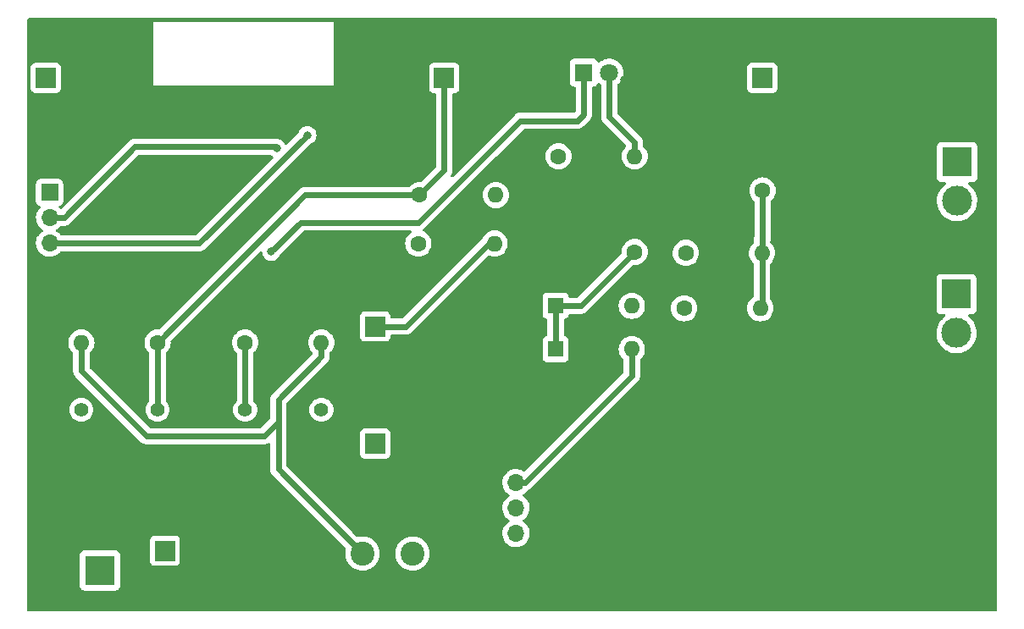
<source format=gbr>
%TF.GenerationSoftware,KiCad,Pcbnew,6.0.8-f2edbf62ab~116~ubuntu20.04.1*%
%TF.CreationDate,2023-02-28T14:52:02-03:00*%
%TF.ProjectId,placa-TAI,706c6163-612d-4544-9149-2e6b69636164,rev?*%
%TF.SameCoordinates,Original*%
%TF.FileFunction,Copper,L2,Bot*%
%TF.FilePolarity,Positive*%
%FSLAX46Y46*%
G04 Gerber Fmt 4.6, Leading zero omitted, Abs format (unit mm)*
G04 Created by KiCad (PCBNEW 6.0.8-f2edbf62ab~116~ubuntu20.04.1) date 2023-02-28 14:52:02*
%MOMM*%
%LPD*%
G01*
G04 APERTURE LIST*
%TA.AperFunction,ComponentPad*%
%ADD10R,2.000000X2.000000*%
%TD*%
%TA.AperFunction,ComponentPad*%
%ADD11C,2.000000*%
%TD*%
%TA.AperFunction,ComponentPad*%
%ADD12C,1.600000*%
%TD*%
%TA.AperFunction,ComponentPad*%
%ADD13O,1.600000X1.600000*%
%TD*%
%TA.AperFunction,ComponentPad*%
%ADD14R,2.400000X2.400000*%
%TD*%
%TA.AperFunction,ComponentPad*%
%ADD15C,2.400000*%
%TD*%
%TA.AperFunction,ComponentPad*%
%ADD16R,1.700000X1.700000*%
%TD*%
%TA.AperFunction,ComponentPad*%
%ADD17O,1.700000X1.700000*%
%TD*%
%TA.AperFunction,ComponentPad*%
%ADD18R,3.000000X3.000000*%
%TD*%
%TA.AperFunction,ComponentPad*%
%ADD19C,3.000000*%
%TD*%
%TA.AperFunction,ComponentPad*%
%ADD20R,1.600000X1.600000*%
%TD*%
%TA.AperFunction,ComponentPad*%
%ADD21R,1.800000X1.800000*%
%TD*%
%TA.AperFunction,ComponentPad*%
%ADD22C,1.800000*%
%TD*%
%TA.AperFunction,ComponentPad*%
%ADD23C,1.397000*%
%TD*%
%TA.AperFunction,ViaPad*%
%ADD24C,0.800000*%
%TD*%
%TA.AperFunction,Conductor*%
%ADD25C,0.600000*%
%TD*%
G04 APERTURE END LIST*
D10*
%TO.P,C2,1*%
%TO.N,FSH*%
X133322300Y-67180000D03*
D11*
%TO.P,C2,2*%
%TO.N,GND*%
X140822300Y-67180000D03*
%TD*%
D12*
%TO.P,R9,1*%
%TO.N,ADCX*%
X152370000Y-84580000D03*
D13*
%TO.P,R9,2*%
%TO.N,GND*%
X144750000Y-84580000D03*
%TD*%
D12*
%TO.P,R7,1*%
%TO.N,FSH*%
X104670000Y-93640000D03*
D13*
%TO.P,R7,2*%
%TO.N,3.3V*%
X97050000Y-93640000D03*
%TD*%
D14*
%TO.P,U2,1,GND*%
%TO.N,GND*%
X120150000Y-114730000D03*
D15*
%TO.P,U2,2,VO*%
%TO.N,3.3V*%
X125150000Y-114730000D03*
%TO.P,U2,3,VI*%
%TO.N,5V*%
X130150000Y-114730000D03*
%TD*%
D12*
%TO.P,R6,1*%
%TO.N,Net-(R6-Pad1)*%
X130740000Y-83740000D03*
D13*
%TO.P,R6,2*%
%TO.N,3.3V*%
X138360000Y-83740000D03*
%TD*%
D12*
%TO.P,R2,1*%
%TO.N,3.3V*%
X157480000Y-84670000D03*
D13*
%TO.P,R2,2*%
%TO.N,Net-(C1-Pad1)*%
X165100000Y-84670000D03*
%TD*%
D16*
%TO.P,J3,1,Pin_1*%
%TO.N,GND*%
X140505000Y-105110000D03*
D17*
%TO.P,J3,2,Pin_2*%
%TO.N,ADC1*%
X140505000Y-107650000D03*
%TO.P,J3,3,Pin_3*%
%TO.N,unconnected-(J3-Pad3)*%
X140505000Y-110190000D03*
%TO.P,J3,4,Pin_4*%
%TO.N,3.3V*%
X140505000Y-112730000D03*
%TD*%
D10*
%TO.P,C6,1*%
%TO.N,3.3V*%
X93512323Y-67180000D03*
D11*
%TO.P,C6,2*%
%TO.N,GND*%
X101012323Y-67180000D03*
%TD*%
D18*
%TO.P,J2,1,Pin_1*%
%TO.N,FASE*%
X184540000Y-88802500D03*
D19*
%TO.P,J2,2,Pin_2*%
%TO.N,NEUTRO*%
X184540000Y-92682500D03*
%TD*%
D13*
%TO.P,D2,1,A*%
%TO.N,ADC0*%
X152080000Y-89960000D03*
D20*
%TO.P,D2,2,K*%
%TO.N,ADCX*%
X144460000Y-89960000D03*
%TD*%
D12*
%TO.P,R5,1*%
%TO.N,RST*%
X113430000Y-93640000D03*
D13*
%TO.P,R5,2*%
%TO.N,3.3V*%
X121050000Y-93640000D03*
%TD*%
D10*
%TO.P,C1,1*%
%TO.N,Net-(C1-Pad1)*%
X165117700Y-67180000D03*
D11*
%TO.P,C1,2*%
%TO.N,GND*%
X157617700Y-67180000D03*
%TD*%
D10*
%TO.P,C3,1*%
%TO.N,5V*%
X105402300Y-114460000D03*
D11*
%TO.P,C3,2*%
%TO.N,GND*%
X112902300Y-114460000D03*
%TD*%
D21*
%TO.P,D3,1,K*%
%TO.N,LED*%
X147285000Y-66650000D03*
D22*
%TO.P,D3,2,A*%
%TO.N,Net-(D3-Pad2)*%
X149825000Y-66650000D03*
%TD*%
D12*
%TO.P,R4,1*%
%TO.N,FSH*%
X130870000Y-78890000D03*
D13*
%TO.P,R4,2*%
%TO.N,3.3V*%
X138490000Y-78890000D03*
%TD*%
D16*
%TO.P,J4,1,Pin_1*%
%TO.N,3.3V*%
X93875000Y-78620000D03*
D17*
%TO.P,J4,2,Pin_2*%
%TO.N,TX*%
X93875000Y-81160000D03*
%TO.P,J4,3,Pin_3*%
%TO.N,RX*%
X93875000Y-83700000D03*
%TO.P,J4,4,Pin_4*%
%TO.N,GND*%
X93875000Y-86240000D03*
%TD*%
D10*
%TO.P,C5,1*%
%TO.N,RST*%
X126432323Y-103750000D03*
D11*
%TO.P,C5,2*%
%TO.N,GND*%
X133932323Y-103750000D03*
%TD*%
D18*
%TO.P,J1,1,Pin_1*%
%TO.N,Net-(C1-Pad1)*%
X184590000Y-75595000D03*
D19*
%TO.P,J1,2,Pin_2*%
%TO.N,ADC0*%
X184590000Y-79475000D03*
%TD*%
D23*
%TO.P,SW1,1,1*%
%TO.N,RST*%
X113430000Y-100360000D03*
X121050000Y-100360000D03*
%TO.P,SW1,2,2*%
%TO.N,GND*%
X113430000Y-105440000D03*
X121050000Y-105440000D03*
%TD*%
%TO.P,SW2,1,1*%
%TO.N,FSH*%
X97050000Y-100360000D03*
X104670000Y-100360000D03*
%TO.P,SW2,2,2*%
%TO.N,GND*%
X97050000Y-105440000D03*
X104670000Y-105440000D03*
%TD*%
D13*
%TO.P,D1,1,A*%
%TO.N,ADC1*%
X152080000Y-94290000D03*
D20*
%TO.P,D1,2,K*%
%TO.N,ADCX*%
X144460000Y-94290000D03*
%TD*%
D18*
%TO.P,J5,1,Pin_1*%
%TO.N,5V*%
X98920000Y-116430000D03*
D19*
%TO.P,J5,2,Pin_2*%
%TO.N,GND*%
X95040000Y-116430000D03*
%TD*%
D12*
%TO.P,R3,1*%
%TO.N,Net-(C1-Pad1)*%
X165150000Y-78430000D03*
D13*
%TO.P,R3,2*%
%TO.N,GND*%
X157530000Y-78430000D03*
%TD*%
D12*
%TO.P,R8,1*%
%TO.N,3.3V*%
X144750000Y-75010000D03*
D13*
%TO.P,R8,2*%
%TO.N,Net-(D3-Pad2)*%
X152370000Y-75010000D03*
%TD*%
D10*
%TO.P,C4,1*%
%TO.N,3.3V*%
X126432323Y-92030000D03*
D11*
%TO.P,C4,2*%
%TO.N,GND*%
X133932323Y-92030000D03*
%TD*%
D12*
%TO.P,R1,1*%
%TO.N,ADC0*%
X157310000Y-90210000D03*
D13*
%TO.P,R1,2*%
%TO.N,Net-(C1-Pad1)*%
X164930000Y-90210000D03*
%TD*%
D24*
%TO.N,GND*%
X175180000Y-100780000D03*
X167560000Y-103320000D03*
X169950000Y-73170000D03*
X180260000Y-113480000D03*
X158910000Y-64810000D03*
X108910000Y-106900000D03*
X169670000Y-80940000D03*
X110030000Y-72120000D03*
X169560000Y-89130000D03*
X157830000Y-113460000D03*
X95860000Y-62080000D03*
X152750000Y-110920000D03*
X100940000Y-62080000D03*
X179580000Y-63650000D03*
X182120000Y-63650000D03*
X152750000Y-105840000D03*
X151290000Y-64810000D03*
X174910000Y-77170000D03*
X111450000Y-104360000D03*
X174640000Y-91670000D03*
X164730000Y-96240000D03*
X108910000Y-104360000D03*
X169560000Y-84050000D03*
X172640000Y-108400000D03*
X182120000Y-66190000D03*
X172640000Y-110940000D03*
X177720000Y-108400000D03*
X174500000Y-63650000D03*
X155290000Y-110920000D03*
X170100000Y-103320000D03*
X139230000Y-87450000D03*
X156370000Y-64810000D03*
X177720000Y-116020000D03*
X172210000Y-80940000D03*
X172490000Y-73170000D03*
X172400000Y-66150000D03*
X162480000Y-100780000D03*
X164730000Y-93700000D03*
X153830000Y-62270000D03*
X129930000Y-70330000D03*
X108910000Y-99280000D03*
X177720000Y-103320000D03*
X166990000Y-93760000D03*
X110030000Y-69580000D03*
X180260000Y-103320000D03*
X136690000Y-87450000D03*
X175180000Y-113480000D03*
X174640000Y-89130000D03*
X129890000Y-73130000D03*
X172640000Y-100780000D03*
X182800000Y-110940000D03*
X172640000Y-116020000D03*
X180260000Y-110940000D03*
X152750000Y-113460000D03*
X152750000Y-100760000D03*
X179580000Y-68730000D03*
X172100000Y-86590000D03*
X162190000Y-96240000D03*
X175180000Y-110940000D03*
X177720000Y-105860000D03*
X172400000Y-68690000D03*
X129930000Y-62710000D03*
X155290000Y-100760000D03*
X165020000Y-105860000D03*
X159940000Y-105860000D03*
X175180000Y-105860000D03*
X172070000Y-96300000D03*
X170100000Y-100780000D03*
X124850000Y-67790000D03*
X139230000Y-89990000D03*
X172370000Y-77170000D03*
X172640000Y-103320000D03*
X167560000Y-110940000D03*
X175180000Y-108400000D03*
X139230000Y-95070000D03*
X93270000Y-98890000D03*
X141770000Y-95070000D03*
X136690000Y-89990000D03*
X177040000Y-63650000D03*
X182120000Y-68730000D03*
X150210000Y-108380000D03*
X158910000Y-67350000D03*
X112570000Y-72120000D03*
X159940000Y-110940000D03*
X175030000Y-70930000D03*
X169860000Y-66150000D03*
X124850000Y-62710000D03*
X172070000Y-93760000D03*
X106370000Y-101820000D03*
X93270000Y-101430000D03*
X95810000Y-96350000D03*
X111450000Y-99280000D03*
X172400000Y-63610000D03*
X127350000Y-73130000D03*
X157830000Y-103300000D03*
X127390000Y-62710000D03*
X174500000Y-66190000D03*
X112570000Y-69580000D03*
X172490000Y-70930000D03*
X108290000Y-79930000D03*
X155290000Y-113460000D03*
X150210000Y-110920000D03*
X182800000Y-103320000D03*
X169530000Y-96300000D03*
X139230000Y-92530000D03*
X159650000Y-93700000D03*
X177720000Y-100780000D03*
X152750000Y-108380000D03*
X108270000Y-80760000D03*
X162480000Y-110940000D03*
X170100000Y-105860000D03*
X169560000Y-91670000D03*
X165020000Y-108400000D03*
X156370000Y-62270000D03*
X153830000Y-64810000D03*
X180260000Y-105860000D03*
X175180000Y-116020000D03*
X93270000Y-103970000D03*
X172100000Y-91670000D03*
X172640000Y-105860000D03*
X162190000Y-93700000D03*
X177720000Y-110940000D03*
X127390000Y-65250000D03*
X111450000Y-106900000D03*
X159940000Y-103320000D03*
X127390000Y-70330000D03*
X129930000Y-67790000D03*
X159940000Y-116020000D03*
X93270000Y-96350000D03*
X169530000Y-93760000D03*
X150210000Y-113460000D03*
X129890000Y-75670000D03*
X170100000Y-116020000D03*
X165020000Y-100780000D03*
X174500000Y-68730000D03*
X151290000Y-62270000D03*
X124850000Y-65250000D03*
X141770000Y-87450000D03*
X157830000Y-116000000D03*
X179580000Y-66190000D03*
X172100000Y-84050000D03*
X180260000Y-108400000D03*
X124810000Y-75670000D03*
X167560000Y-113480000D03*
X177040000Y-66190000D03*
X169860000Y-63610000D03*
X153830000Y-67350000D03*
X162480000Y-105860000D03*
X98400000Y-62080000D03*
X157830000Y-110920000D03*
X159650000Y-96240000D03*
X157830000Y-105840000D03*
X162480000Y-113480000D03*
X98400000Y-64620000D03*
X174590000Y-93670000D03*
X156370000Y-67350000D03*
X162480000Y-108400000D03*
X169950000Y-70930000D03*
X129930000Y-65250000D03*
X167560000Y-105860000D03*
X111450000Y-101820000D03*
X182800000Y-100780000D03*
X111960000Y-90650000D03*
X157830000Y-100760000D03*
X108270000Y-79040000D03*
X108910000Y-101820000D03*
X165020000Y-110940000D03*
X136690000Y-95070000D03*
X124810000Y-73130000D03*
X180260000Y-100780000D03*
X158910000Y-62270000D03*
X167560000Y-116020000D03*
X170100000Y-113480000D03*
X159940000Y-100780000D03*
X174640000Y-86590000D03*
X127390000Y-67790000D03*
X172640000Y-113480000D03*
X174590000Y-96210000D03*
X162480000Y-103320000D03*
X167560000Y-108400000D03*
X150210000Y-105840000D03*
X166990000Y-96300000D03*
X170100000Y-110940000D03*
X174640000Y-84050000D03*
X152750000Y-116000000D03*
X175030000Y-73170000D03*
X165020000Y-103320000D03*
X182800000Y-116020000D03*
X106370000Y-106900000D03*
X165020000Y-113480000D03*
X150210000Y-116000000D03*
X167560000Y-100780000D03*
X150210000Y-100760000D03*
X165020000Y-116020000D03*
X106370000Y-104360000D03*
X155290000Y-108380000D03*
X95860000Y-64620000D03*
X182800000Y-108400000D03*
X106370000Y-99280000D03*
X116180000Y-79310000D03*
X95810000Y-103970000D03*
X95810000Y-101430000D03*
X169860000Y-68690000D03*
X174750000Y-80940000D03*
X155290000Y-103300000D03*
X182800000Y-105860000D03*
X159940000Y-108400000D03*
X172100000Y-89130000D03*
X175180000Y-103320000D03*
X180260000Y-116020000D03*
X127350000Y-75670000D03*
X155290000Y-116000000D03*
X182800000Y-113480000D03*
X141770000Y-92530000D03*
X115110000Y-69580000D03*
X150210000Y-103300000D03*
X159940000Y-113480000D03*
X95810000Y-98890000D03*
X162480000Y-116020000D03*
X155290000Y-105840000D03*
X124850000Y-70330000D03*
X151290000Y-67350000D03*
X169560000Y-86590000D03*
X98350000Y-101430000D03*
X169830000Y-77170000D03*
X100940000Y-64620000D03*
X177720000Y-113480000D03*
X152750000Y-103300000D03*
X136690000Y-92530000D03*
X177040000Y-68730000D03*
X115110000Y-72120000D03*
X141770000Y-89990000D03*
X98350000Y-103970000D03*
X157830000Y-108380000D03*
X170100000Y-108400000D03*
%TO.N,LED*%
X116033700Y-84552300D03*
%TO.N,TX*%
X116578600Y-74180000D03*
%TO.N,RX*%
X119641800Y-72907600D03*
%TD*%
D25*
%TO.N,FSH*%
X130870000Y-78890000D02*
X133322300Y-76437700D01*
X133322300Y-76437700D02*
X133322300Y-67180000D01*
%TO.N,Net-(C1-Pad1)*%
X165100000Y-90040000D02*
X165100000Y-84670000D01*
X164930000Y-90210000D02*
X165100000Y-90040000D01*
X165150000Y-78430000D02*
X165150000Y-83220000D01*
X165150000Y-83220000D02*
X165100000Y-83270000D01*
X165100000Y-84670000D02*
X165100000Y-83270000D01*
%TO.N,3.3V*%
X121050000Y-93640000D02*
X121050000Y-95040000D01*
X103580000Y-103010000D02*
X97050000Y-96480000D01*
X115298100Y-103010000D02*
X103580000Y-103010000D01*
X129512300Y-92030000D02*
X126432323Y-92030000D01*
X116736600Y-101571500D02*
X116736600Y-106316600D01*
X116736600Y-99353400D02*
X116736600Y-101571500D01*
X137802300Y-83740000D02*
X129512300Y-92030000D01*
X116736600Y-101571500D02*
X115298100Y-103010000D01*
X116736600Y-106316600D02*
X125150000Y-114730000D01*
X121050000Y-95040000D02*
X116736600Y-99353400D01*
X97050000Y-96480000D02*
X97050000Y-93640000D01*
X138360000Y-83740000D02*
X137802300Y-83740000D01*
%TO.N,ADC1*%
X152080000Y-94290000D02*
X152080000Y-96970000D01*
X152080000Y-96970000D02*
X141400000Y-107650000D01*
X141400000Y-107650000D02*
X140505000Y-107650000D01*
%TO.N,ADCX*%
X144460000Y-89960000D02*
X146990000Y-89960000D01*
X146990000Y-89960000D02*
X152370000Y-84580000D01*
X144460000Y-94290000D02*
X144460000Y-89960000D01*
%TO.N,LED*%
X140935000Y-71450000D02*
X130775000Y-81610000D01*
X146650000Y-71450000D02*
X140935000Y-71450000D01*
X130775000Y-81610000D02*
X118976000Y-81610000D01*
X147285000Y-70815000D02*
X146650000Y-71450000D01*
X147285000Y-66650000D02*
X147285000Y-70815000D01*
X118976000Y-81610000D02*
X116033700Y-84552300D01*
%TO.N,Net-(D3-Pad2)*%
X152370000Y-73610000D02*
X149825000Y-71065000D01*
X149825000Y-71065000D02*
X149825000Y-66650000D01*
X152370000Y-75010000D02*
X152370000Y-73610000D01*
%TO.N,RST*%
X113430000Y-100360000D02*
X113430000Y-93640000D01*
%TO.N,FSH*%
X119420000Y-78890000D02*
X130870000Y-78890000D01*
X104670000Y-100360000D02*
X104670000Y-93640000D01*
X104670000Y-93640000D02*
X119420000Y-78890000D01*
%TO.N,TX*%
X95325000Y-81160000D02*
X102417000Y-74068000D01*
X93875000Y-81160000D02*
X95325000Y-81160000D01*
X102417000Y-74068000D02*
X116466600Y-74068000D01*
X116466600Y-74068000D02*
X116578600Y-74180000D01*
%TO.N,RX*%
X93875000Y-83700000D02*
X108849400Y-83700000D01*
X108849400Y-83700000D02*
X119641800Y-72907600D01*
%TD*%
%TA.AperFunction,Conductor*%
%TO.N,GND*%
G36*
X188503621Y-61218502D02*
G01*
X188550114Y-61272158D01*
X188561500Y-61324500D01*
X188561500Y-120365500D01*
X188541498Y-120433621D01*
X188487842Y-120480114D01*
X188435500Y-120491500D01*
X91784500Y-120491500D01*
X91716379Y-120471498D01*
X91669886Y-120417842D01*
X91658500Y-120365500D01*
X91658500Y-117978134D01*
X96911500Y-117978134D01*
X96918255Y-118040316D01*
X96969385Y-118176705D01*
X97056739Y-118293261D01*
X97173295Y-118380615D01*
X97309684Y-118431745D01*
X97371866Y-118438500D01*
X100468134Y-118438500D01*
X100530316Y-118431745D01*
X100666705Y-118380615D01*
X100783261Y-118293261D01*
X100870615Y-118176705D01*
X100921745Y-118040316D01*
X100928500Y-117978134D01*
X100928500Y-115508134D01*
X103893800Y-115508134D01*
X103900555Y-115570316D01*
X103951685Y-115706705D01*
X104039039Y-115823261D01*
X104155595Y-115910615D01*
X104291984Y-115961745D01*
X104354166Y-115968500D01*
X106450434Y-115968500D01*
X106512616Y-115961745D01*
X106649005Y-115910615D01*
X106765561Y-115823261D01*
X106852915Y-115706705D01*
X106904045Y-115570316D01*
X106910800Y-115508134D01*
X106910800Y-113411866D01*
X106904045Y-113349684D01*
X106852915Y-113213295D01*
X106765561Y-113096739D01*
X106649005Y-113009385D01*
X106512616Y-112958255D01*
X106450434Y-112951500D01*
X104354166Y-112951500D01*
X104291984Y-112958255D01*
X104155595Y-113009385D01*
X104039039Y-113096739D01*
X103951685Y-113213295D01*
X103900555Y-113349684D01*
X103893800Y-113411866D01*
X103893800Y-115508134D01*
X100928500Y-115508134D01*
X100928500Y-114881866D01*
X100921745Y-114819684D01*
X100870615Y-114683295D01*
X100783261Y-114566739D01*
X100666705Y-114479385D01*
X100530316Y-114428255D01*
X100468134Y-114421500D01*
X97371866Y-114421500D01*
X97309684Y-114428255D01*
X97173295Y-114479385D01*
X97056739Y-114566739D01*
X96969385Y-114683295D01*
X96918255Y-114819684D01*
X96911500Y-114881866D01*
X96911500Y-117978134D01*
X91658500Y-117978134D01*
X91658500Y-100360000D01*
X95838389Y-100360000D01*
X95856796Y-100570394D01*
X95911458Y-100774395D01*
X96000714Y-100965805D01*
X96121852Y-101138809D01*
X96271191Y-101288148D01*
X96275699Y-101291305D01*
X96275702Y-101291307D01*
X96439685Y-101406129D01*
X96444194Y-101409286D01*
X96449176Y-101411609D01*
X96449181Y-101411612D01*
X96630623Y-101496219D01*
X96635605Y-101498542D01*
X96640913Y-101499964D01*
X96640915Y-101499965D01*
X96834291Y-101551780D01*
X96834293Y-101551780D01*
X96839606Y-101553204D01*
X97050000Y-101571611D01*
X97260394Y-101553204D01*
X97265707Y-101551780D01*
X97265709Y-101551780D01*
X97459085Y-101499965D01*
X97459087Y-101499964D01*
X97464395Y-101498542D01*
X97469377Y-101496219D01*
X97650819Y-101411612D01*
X97650824Y-101411609D01*
X97655806Y-101409286D01*
X97660315Y-101406129D01*
X97824298Y-101291307D01*
X97824301Y-101291305D01*
X97828809Y-101288148D01*
X97978148Y-101138809D01*
X98099286Y-100965805D01*
X98188542Y-100774395D01*
X98243204Y-100570394D01*
X98261611Y-100360000D01*
X98243204Y-100149606D01*
X98188542Y-99945605D01*
X98099286Y-99754195D01*
X97978148Y-99581191D01*
X97828809Y-99431852D01*
X97824301Y-99428695D01*
X97824298Y-99428693D01*
X97660315Y-99313871D01*
X97660312Y-99313869D01*
X97655806Y-99310714D01*
X97650824Y-99308391D01*
X97650819Y-99308388D01*
X97469377Y-99223781D01*
X97469376Y-99223781D01*
X97464395Y-99221458D01*
X97459087Y-99220036D01*
X97459085Y-99220035D01*
X97265709Y-99168220D01*
X97265707Y-99168220D01*
X97260394Y-99166796D01*
X97050000Y-99148389D01*
X96839606Y-99166796D01*
X96834293Y-99168220D01*
X96834291Y-99168220D01*
X96640915Y-99220035D01*
X96640913Y-99220036D01*
X96635605Y-99221458D01*
X96630624Y-99223780D01*
X96630623Y-99223781D01*
X96449176Y-99308391D01*
X96449173Y-99308393D01*
X96444195Y-99310714D01*
X96271191Y-99431852D01*
X96121852Y-99581191D01*
X96000714Y-99754195D01*
X95911458Y-99945605D01*
X95856796Y-100149606D01*
X95838389Y-100360000D01*
X91658500Y-100360000D01*
X91658500Y-93640000D01*
X95736502Y-93640000D01*
X95756457Y-93868087D01*
X95757881Y-93873400D01*
X95757881Y-93873402D01*
X95786962Y-93981931D01*
X95815716Y-94089243D01*
X95818039Y-94094224D01*
X95818039Y-94094225D01*
X95910151Y-94291762D01*
X95910154Y-94291767D01*
X95912477Y-94296749D01*
X95949580Y-94349737D01*
X96025737Y-94458500D01*
X96043802Y-94484300D01*
X96204595Y-94645093D01*
X96238621Y-94707405D01*
X96241500Y-94734188D01*
X96241500Y-96470786D01*
X96241493Y-96472106D01*
X96240549Y-96562221D01*
X96249711Y-96604597D01*
X96251769Y-96617163D01*
X96256603Y-96660255D01*
X96258919Y-96666906D01*
X96258920Y-96666910D01*
X96267633Y-96691930D01*
X96271796Y-96706742D01*
X96278881Y-96739510D01*
X96297208Y-96778813D01*
X96301990Y-96790589D01*
X96316255Y-96831552D01*
X96319989Y-96837527D01*
X96319990Y-96837530D01*
X96334027Y-96859995D01*
X96341366Y-96873512D01*
X96345385Y-96882130D01*
X96355538Y-96903902D01*
X96359855Y-96909467D01*
X96359856Y-96909469D01*
X96382106Y-96938153D01*
X96389402Y-96948612D01*
X96412374Y-96985376D01*
X96417334Y-96990371D01*
X96417335Y-96990372D01*
X96440976Y-97014179D01*
X96441561Y-97014804D01*
X96442078Y-97015470D01*
X96468068Y-97041460D01*
X96540185Y-97114082D01*
X96541222Y-97114740D01*
X96542451Y-97115843D01*
X103001719Y-103575110D01*
X103002647Y-103576047D01*
X103065771Y-103640507D01*
X103071691Y-103644322D01*
X103071697Y-103644327D01*
X103102214Y-103663994D01*
X103112559Y-103671427D01*
X103146443Y-103698476D01*
X103152782Y-103701540D01*
X103152783Y-103701541D01*
X103176637Y-103713072D01*
X103190054Y-103720601D01*
X103218238Y-103738765D01*
X103224855Y-103741173D01*
X103224860Y-103741176D01*
X103258973Y-103753592D01*
X103270716Y-103758553D01*
X103303400Y-103774353D01*
X103303409Y-103774356D01*
X103309749Y-103777421D01*
X103316614Y-103779006D01*
X103342428Y-103784966D01*
X103357168Y-103789332D01*
X103388685Y-103800803D01*
X103395670Y-103801685D01*
X103395677Y-103801687D01*
X103431692Y-103806237D01*
X103444243Y-103808472D01*
X103486485Y-103818225D01*
X103493529Y-103818250D01*
X103493533Y-103818250D01*
X103527074Y-103818367D01*
X103527943Y-103818396D01*
X103528769Y-103818500D01*
X103565133Y-103818500D01*
X103565573Y-103818501D01*
X103664336Y-103818846D01*
X103664342Y-103818846D01*
X103667870Y-103818858D01*
X103669073Y-103818589D01*
X103670717Y-103818500D01*
X115288886Y-103818500D01*
X115290206Y-103818507D01*
X115380321Y-103819451D01*
X115422697Y-103810289D01*
X115435263Y-103808231D01*
X115478355Y-103803397D01*
X115485006Y-103801081D01*
X115485010Y-103801080D01*
X115510030Y-103792367D01*
X115524842Y-103788204D01*
X115550719Y-103782609D01*
X115557610Y-103781119D01*
X115596913Y-103762792D01*
X115608689Y-103758010D01*
X115649652Y-103743745D01*
X115655627Y-103740011D01*
X115655630Y-103740010D01*
X115678095Y-103725973D01*
X115691612Y-103718634D01*
X115715614Y-103707441D01*
X115715615Y-103707440D01*
X115722002Y-103704462D01*
X115727569Y-103700144D01*
X115733581Y-103696474D01*
X115734734Y-103698363D01*
X115790958Y-103676288D01*
X115860581Y-103690188D01*
X115911636Y-103739522D01*
X115928100Y-103801794D01*
X115928100Y-106307386D01*
X115928093Y-106308706D01*
X115927149Y-106398821D01*
X115936311Y-106441197D01*
X115938369Y-106453763D01*
X115943203Y-106496855D01*
X115945519Y-106503506D01*
X115945520Y-106503510D01*
X115954233Y-106528530D01*
X115958396Y-106543342D01*
X115965481Y-106576110D01*
X115983808Y-106615413D01*
X115988590Y-106627189D01*
X116002855Y-106668152D01*
X116006589Y-106674127D01*
X116006590Y-106674130D01*
X116020627Y-106696595D01*
X116027966Y-106710112D01*
X116039159Y-106734114D01*
X116042138Y-106740502D01*
X116046455Y-106746067D01*
X116046456Y-106746069D01*
X116068706Y-106774753D01*
X116076002Y-106785212D01*
X116098974Y-106821976D01*
X116103934Y-106826971D01*
X116103935Y-106826972D01*
X116127576Y-106850779D01*
X116128161Y-106851404D01*
X116128678Y-106852070D01*
X116154668Y-106878060D01*
X116226785Y-106950682D01*
X116227822Y-106951340D01*
X116229051Y-106952443D01*
X123461969Y-114185361D01*
X123495995Y-114247673D01*
X123494997Y-114305471D01*
X123462738Y-114432490D01*
X123462270Y-114437142D01*
X123462269Y-114437145D01*
X123452010Y-114539033D01*
X123437296Y-114685151D01*
X123437520Y-114689817D01*
X123437520Y-114689822D01*
X123439299Y-114726851D01*
X123449480Y-114938798D01*
X123499021Y-115187857D01*
X123500600Y-115192255D01*
X123500602Y-115192262D01*
X123545022Y-115315980D01*
X123584831Y-115426858D01*
X123705025Y-115650551D01*
X123707820Y-115654294D01*
X123707822Y-115654297D01*
X123854171Y-115850282D01*
X123854176Y-115850288D01*
X123856963Y-115854020D01*
X123860272Y-115857300D01*
X123860277Y-115857306D01*
X123972074Y-115968131D01*
X124037307Y-116032797D01*
X124041069Y-116035555D01*
X124041072Y-116035558D01*
X124146764Y-116113054D01*
X124242094Y-116182953D01*
X124246229Y-116185129D01*
X124246233Y-116185131D01*
X124364289Y-116247243D01*
X124466827Y-116301191D01*
X124706568Y-116384912D01*
X124956050Y-116432278D01*
X125076532Y-116437011D01*
X125205125Y-116442064D01*
X125205130Y-116442064D01*
X125209793Y-116442247D01*
X125308774Y-116431407D01*
X125457569Y-116415112D01*
X125457575Y-116415111D01*
X125462222Y-116414602D01*
X125571680Y-116385784D01*
X125703273Y-116351138D01*
X125707793Y-116349948D01*
X125826353Y-116299011D01*
X125936807Y-116251557D01*
X125936810Y-116251555D01*
X125941110Y-116249708D01*
X125945090Y-116247245D01*
X125945094Y-116247243D01*
X126153064Y-116118547D01*
X126153066Y-116118545D01*
X126157047Y-116116082D01*
X126255428Y-116032797D01*
X126347289Y-115955031D01*
X126347291Y-115955029D01*
X126350862Y-115952006D01*
X126518295Y-115761084D01*
X126655669Y-115547512D01*
X126759967Y-115315980D01*
X126828896Y-115071575D01*
X126853030Y-114881866D01*
X126860545Y-114822798D01*
X126860545Y-114822792D01*
X126860943Y-114819667D01*
X126861137Y-114812285D01*
X126863208Y-114733160D01*
X126863291Y-114730000D01*
X126859958Y-114685151D01*
X128437296Y-114685151D01*
X128437520Y-114689817D01*
X128437520Y-114689822D01*
X128439299Y-114726851D01*
X128449480Y-114938798D01*
X128499021Y-115187857D01*
X128500600Y-115192255D01*
X128500602Y-115192262D01*
X128545022Y-115315980D01*
X128584831Y-115426858D01*
X128705025Y-115650551D01*
X128707820Y-115654294D01*
X128707822Y-115654297D01*
X128854171Y-115850282D01*
X128854176Y-115850288D01*
X128856963Y-115854020D01*
X128860272Y-115857300D01*
X128860277Y-115857306D01*
X128972074Y-115968131D01*
X129037307Y-116032797D01*
X129041069Y-116035555D01*
X129041072Y-116035558D01*
X129146764Y-116113054D01*
X129242094Y-116182953D01*
X129246229Y-116185129D01*
X129246233Y-116185131D01*
X129364289Y-116247243D01*
X129466827Y-116301191D01*
X129706568Y-116384912D01*
X129956050Y-116432278D01*
X130076532Y-116437011D01*
X130205125Y-116442064D01*
X130205130Y-116442064D01*
X130209793Y-116442247D01*
X130308774Y-116431407D01*
X130457569Y-116415112D01*
X130457575Y-116415111D01*
X130462222Y-116414602D01*
X130571680Y-116385784D01*
X130703273Y-116351138D01*
X130707793Y-116349948D01*
X130826353Y-116299011D01*
X130936807Y-116251557D01*
X130936810Y-116251555D01*
X130941110Y-116249708D01*
X130945090Y-116247245D01*
X130945094Y-116247243D01*
X131153064Y-116118547D01*
X131153066Y-116118545D01*
X131157047Y-116116082D01*
X131255428Y-116032797D01*
X131347289Y-115955031D01*
X131347291Y-115955029D01*
X131350862Y-115952006D01*
X131518295Y-115761084D01*
X131655669Y-115547512D01*
X131759967Y-115315980D01*
X131828896Y-115071575D01*
X131853030Y-114881866D01*
X131860545Y-114822798D01*
X131860545Y-114822792D01*
X131860943Y-114819667D01*
X131861137Y-114812285D01*
X131863208Y-114733160D01*
X131863291Y-114730000D01*
X131850759Y-114561358D01*
X131844818Y-114481411D01*
X131844817Y-114481407D01*
X131844472Y-114476759D01*
X131835509Y-114437145D01*
X131789459Y-114233639D01*
X131788428Y-114229082D01*
X131731914Y-114083757D01*
X131698084Y-113996762D01*
X131698083Y-113996760D01*
X131696391Y-113992409D01*
X131678543Y-113961181D01*
X131572702Y-113775997D01*
X131572700Y-113775995D01*
X131570383Y-113771940D01*
X131413171Y-113572517D01*
X131258947Y-113427438D01*
X131231610Y-113401722D01*
X131231608Y-113401720D01*
X131228209Y-113398523D01*
X131143602Y-113339829D01*
X131023393Y-113256437D01*
X131023390Y-113256435D01*
X131019561Y-113253779D01*
X131015384Y-113251719D01*
X131015377Y-113251715D01*
X130795996Y-113143528D01*
X130795992Y-113143527D01*
X130791810Y-113141464D01*
X130549960Y-113064047D01*
X130545355Y-113063297D01*
X130303935Y-113023980D01*
X130303934Y-113023980D01*
X130299323Y-113023229D01*
X130172364Y-113021567D01*
X130050083Y-113019966D01*
X130050080Y-113019966D01*
X130045406Y-113019905D01*
X129793787Y-113054149D01*
X129549993Y-113125208D01*
X129319380Y-113231522D01*
X129315471Y-113234085D01*
X129110928Y-113368189D01*
X129110923Y-113368193D01*
X129107015Y-113370755D01*
X128917562Y-113539848D01*
X128755183Y-113735087D01*
X128623447Y-113952182D01*
X128621638Y-113956496D01*
X128621637Y-113956498D01*
X128568353Y-114083567D01*
X128525246Y-114186365D01*
X128462738Y-114432490D01*
X128437296Y-114685151D01*
X126859958Y-114685151D01*
X126850759Y-114561358D01*
X126844818Y-114481411D01*
X126844817Y-114481407D01*
X126844472Y-114476759D01*
X126835509Y-114437145D01*
X126789459Y-114233639D01*
X126788428Y-114229082D01*
X126731914Y-114083757D01*
X126698084Y-113996762D01*
X126698083Y-113996760D01*
X126696391Y-113992409D01*
X126678543Y-113961181D01*
X126572702Y-113775997D01*
X126572700Y-113775995D01*
X126570383Y-113771940D01*
X126413171Y-113572517D01*
X126258947Y-113427438D01*
X126231610Y-113401722D01*
X126231608Y-113401720D01*
X126228209Y-113398523D01*
X126143602Y-113339829D01*
X126023393Y-113256437D01*
X126023390Y-113256435D01*
X126019561Y-113253779D01*
X126015384Y-113251719D01*
X126015377Y-113251715D01*
X125795996Y-113143528D01*
X125795992Y-113143527D01*
X125791810Y-113141464D01*
X125549960Y-113064047D01*
X125545355Y-113063297D01*
X125303935Y-113023980D01*
X125303934Y-113023980D01*
X125299323Y-113023229D01*
X125172364Y-113021567D01*
X125050083Y-113019966D01*
X125050080Y-113019966D01*
X125045406Y-113019905D01*
X124793787Y-113054149D01*
X124728926Y-113073054D01*
X124657931Y-113072913D01*
X124604574Y-113041183D01*
X124260086Y-112696695D01*
X139142251Y-112696695D01*
X139142548Y-112701848D01*
X139142548Y-112701851D01*
X139148011Y-112796590D01*
X139155110Y-112919715D01*
X139156247Y-112924761D01*
X139156248Y-112924767D01*
X139174608Y-113006233D01*
X139204222Y-113137639D01*
X139288266Y-113344616D01*
X139404987Y-113535088D01*
X139551250Y-113703938D01*
X139723126Y-113846632D01*
X139916000Y-113959338D01*
X140124692Y-114039030D01*
X140129760Y-114040061D01*
X140129763Y-114040062D01*
X140237017Y-114061883D01*
X140343597Y-114083567D01*
X140348772Y-114083757D01*
X140348774Y-114083757D01*
X140561673Y-114091564D01*
X140561677Y-114091564D01*
X140566837Y-114091753D01*
X140571957Y-114091097D01*
X140571959Y-114091097D01*
X140783288Y-114064025D01*
X140783289Y-114064025D01*
X140788416Y-114063368D01*
X140793366Y-114061883D01*
X140997429Y-114000661D01*
X140997434Y-114000659D01*
X141002384Y-113999174D01*
X141202994Y-113900896D01*
X141384860Y-113771173D01*
X141543096Y-113613489D01*
X141569902Y-113576185D01*
X141670435Y-113436277D01*
X141673453Y-113432077D01*
X141688456Y-113401722D01*
X141770136Y-113236453D01*
X141770137Y-113236451D01*
X141772430Y-113231811D01*
X141820707Y-113072913D01*
X141835865Y-113023023D01*
X141835865Y-113023021D01*
X141837370Y-113018069D01*
X141866529Y-112796590D01*
X141868156Y-112730000D01*
X141849852Y-112507361D01*
X141795431Y-112290702D01*
X141706354Y-112085840D01*
X141585014Y-111898277D01*
X141434670Y-111733051D01*
X141430619Y-111729852D01*
X141430615Y-111729848D01*
X141263414Y-111597800D01*
X141263410Y-111597798D01*
X141259359Y-111594598D01*
X141218053Y-111571796D01*
X141168084Y-111521364D01*
X141153312Y-111451921D01*
X141178428Y-111385516D01*
X141205780Y-111358909D01*
X141249603Y-111327650D01*
X141384860Y-111231173D01*
X141543096Y-111073489D01*
X141602594Y-110990689D01*
X141670435Y-110896277D01*
X141673453Y-110892077D01*
X141772430Y-110691811D01*
X141837370Y-110478069D01*
X141866529Y-110256590D01*
X141868156Y-110190000D01*
X141849852Y-109967361D01*
X141795431Y-109750702D01*
X141706354Y-109545840D01*
X141585014Y-109358277D01*
X141434670Y-109193051D01*
X141430619Y-109189852D01*
X141430615Y-109189848D01*
X141263414Y-109057800D01*
X141263410Y-109057798D01*
X141259359Y-109054598D01*
X141218053Y-109031796D01*
X141168084Y-108981364D01*
X141153312Y-108911921D01*
X141178428Y-108845516D01*
X141205780Y-108818909D01*
X141249603Y-108787650D01*
X141384860Y-108691173D01*
X141543096Y-108533489D01*
X141546112Y-108529291D01*
X141546116Y-108529287D01*
X141589572Y-108468810D01*
X141651709Y-108422915D01*
X141652617Y-108422609D01*
X141659510Y-108421119D01*
X141698813Y-108402792D01*
X141710589Y-108398010D01*
X141751552Y-108383745D01*
X141757527Y-108380011D01*
X141757530Y-108380010D01*
X141779995Y-108365973D01*
X141793512Y-108358634D01*
X141817514Y-108347441D01*
X141817515Y-108347440D01*
X141823902Y-108344462D01*
X141858153Y-108317894D01*
X141868612Y-108310598D01*
X141899404Y-108291358D01*
X141899407Y-108291356D01*
X141905376Y-108287626D01*
X141934179Y-108259024D01*
X141934804Y-108258439D01*
X141935470Y-108257922D01*
X141961460Y-108231932D01*
X142034082Y-108159815D01*
X142034740Y-108158778D01*
X142035843Y-108157549D01*
X152645158Y-97548234D01*
X152646095Y-97547306D01*
X152705475Y-97489157D01*
X152705476Y-97489156D01*
X152710507Y-97484229D01*
X152733998Y-97447779D01*
X152741417Y-97437454D01*
X152768476Y-97403557D01*
X152783073Y-97373362D01*
X152790602Y-97359945D01*
X152804948Y-97337684D01*
X152808765Y-97331762D01*
X152811173Y-97325145D01*
X152811176Y-97325140D01*
X152823592Y-97291027D01*
X152828553Y-97279284D01*
X152844353Y-97246600D01*
X152844356Y-97246591D01*
X152847421Y-97240251D01*
X152854966Y-97207572D01*
X152859334Y-97192825D01*
X152870803Y-97161315D01*
X152871685Y-97154330D01*
X152871687Y-97154323D01*
X152876237Y-97118308D01*
X152878472Y-97105757D01*
X152886640Y-97070378D01*
X152888225Y-97063515D01*
X152888367Y-97022928D01*
X152888396Y-97022058D01*
X152888500Y-97021231D01*
X152888500Y-96984590D01*
X152888781Y-96903902D01*
X152888845Y-96885657D01*
X152888845Y-96885652D01*
X152888857Y-96882130D01*
X152888589Y-96880930D01*
X152888500Y-96879292D01*
X152888500Y-95384188D01*
X152908502Y-95316067D01*
X152925405Y-95295093D01*
X153086198Y-95134300D01*
X153116356Y-95091231D01*
X153144098Y-95051611D01*
X153217523Y-94946749D01*
X153219846Y-94941767D01*
X153219849Y-94941762D01*
X153311961Y-94744225D01*
X153311961Y-94744224D01*
X153314284Y-94739243D01*
X153373543Y-94518087D01*
X153393498Y-94290000D01*
X153373543Y-94061913D01*
X153372119Y-94056598D01*
X153315707Y-93846067D01*
X153315706Y-93846065D01*
X153314284Y-93840757D01*
X153275440Y-93757455D01*
X153219849Y-93638238D01*
X153219846Y-93638233D01*
X153217523Y-93633251D01*
X153141255Y-93524330D01*
X153089357Y-93450211D01*
X153089355Y-93450208D01*
X153086198Y-93445700D01*
X152924300Y-93283802D01*
X152919792Y-93280645D01*
X152919789Y-93280643D01*
X152809693Y-93203553D01*
X152736749Y-93152477D01*
X152731767Y-93150154D01*
X152731762Y-93150151D01*
X152534225Y-93058039D01*
X152534224Y-93058039D01*
X152529243Y-93055716D01*
X152523935Y-93054294D01*
X152523933Y-93054293D01*
X152313402Y-92997881D01*
X152313400Y-92997881D01*
X152308087Y-92996457D01*
X152080000Y-92976502D01*
X151851913Y-92996457D01*
X151846600Y-92997881D01*
X151846598Y-92997881D01*
X151636067Y-93054293D01*
X151636065Y-93054294D01*
X151630757Y-93055716D01*
X151625776Y-93058039D01*
X151625775Y-93058039D01*
X151428238Y-93150151D01*
X151428233Y-93150154D01*
X151423251Y-93152477D01*
X151350307Y-93203553D01*
X151240211Y-93280643D01*
X151240208Y-93280645D01*
X151235700Y-93283802D01*
X151073802Y-93445700D01*
X151070645Y-93450208D01*
X151070643Y-93450211D01*
X151018745Y-93524330D01*
X150942477Y-93633251D01*
X150940154Y-93638233D01*
X150940151Y-93638238D01*
X150884560Y-93757455D01*
X150845716Y-93840757D01*
X150844294Y-93846065D01*
X150844293Y-93846067D01*
X150787881Y-94056598D01*
X150786457Y-94061913D01*
X150766502Y-94290000D01*
X150786457Y-94518087D01*
X150845716Y-94739243D01*
X150848039Y-94744224D01*
X150848039Y-94744225D01*
X150940151Y-94941762D01*
X150940154Y-94941767D01*
X150942477Y-94946749D01*
X151015902Y-95051611D01*
X151043645Y-95091231D01*
X151073802Y-95134300D01*
X151234595Y-95295093D01*
X151268621Y-95357405D01*
X151271500Y-95384188D01*
X151271500Y-96582918D01*
X151251498Y-96651039D01*
X151234595Y-96672013D01*
X141411676Y-106494932D01*
X141349364Y-106528958D01*
X141278549Y-106523893D01*
X141259573Y-106514211D01*
X141259359Y-106514598D01*
X141063789Y-106406638D01*
X141058920Y-106404914D01*
X141058916Y-106404912D01*
X140858087Y-106333795D01*
X140858083Y-106333794D01*
X140853212Y-106332069D01*
X140848119Y-106331162D01*
X140848116Y-106331161D01*
X140638373Y-106293800D01*
X140638367Y-106293799D01*
X140633284Y-106292894D01*
X140559452Y-106291992D01*
X140415081Y-106290228D01*
X140415079Y-106290228D01*
X140409911Y-106290165D01*
X140189091Y-106323955D01*
X139976756Y-106393357D01*
X139778607Y-106496507D01*
X139774474Y-106499610D01*
X139774471Y-106499612D01*
X139664084Y-106582493D01*
X139599965Y-106630635D01*
X139596393Y-106634373D01*
X139452248Y-106785212D01*
X139445629Y-106792138D01*
X139319743Y-106976680D01*
X139225688Y-107179305D01*
X139165989Y-107394570D01*
X139142251Y-107616695D01*
X139155110Y-107839715D01*
X139156247Y-107844761D01*
X139156248Y-107844767D01*
X139180304Y-107951508D01*
X139204222Y-108057639D01*
X139244791Y-108157549D01*
X139284871Y-108256254D01*
X139288266Y-108264616D01*
X139320915Y-108317894D01*
X139371292Y-108400102D01*
X139404987Y-108455088D01*
X139551250Y-108623938D01*
X139723126Y-108766632D01*
X139793595Y-108807811D01*
X139796445Y-108809476D01*
X139845169Y-108861114D01*
X139858240Y-108930897D01*
X139831509Y-108996669D01*
X139791055Y-109030027D01*
X139778607Y-109036507D01*
X139774474Y-109039610D01*
X139774471Y-109039612D01*
X139750247Y-109057800D01*
X139599965Y-109170635D01*
X139445629Y-109332138D01*
X139319743Y-109516680D01*
X139225688Y-109719305D01*
X139165989Y-109934570D01*
X139142251Y-110156695D01*
X139142548Y-110161848D01*
X139142548Y-110161851D01*
X139148011Y-110256590D01*
X139155110Y-110379715D01*
X139156247Y-110384761D01*
X139156248Y-110384767D01*
X139176119Y-110472939D01*
X139204222Y-110597639D01*
X139288266Y-110804616D01*
X139404987Y-110995088D01*
X139551250Y-111163938D01*
X139723126Y-111306632D01*
X139793595Y-111347811D01*
X139796445Y-111349476D01*
X139845169Y-111401114D01*
X139858240Y-111470897D01*
X139831509Y-111536669D01*
X139791055Y-111570027D01*
X139778607Y-111576507D01*
X139774474Y-111579610D01*
X139774471Y-111579612D01*
X139750247Y-111597800D01*
X139599965Y-111710635D01*
X139445629Y-111872138D01*
X139319743Y-112056680D01*
X139225688Y-112259305D01*
X139165989Y-112474570D01*
X139142251Y-112696695D01*
X124260086Y-112696695D01*
X117582005Y-106018613D01*
X117547979Y-105956301D01*
X117545100Y-105929518D01*
X117545100Y-104798134D01*
X124923823Y-104798134D01*
X124930578Y-104860316D01*
X124981708Y-104996705D01*
X125069062Y-105113261D01*
X125185618Y-105200615D01*
X125322007Y-105251745D01*
X125384189Y-105258500D01*
X127480457Y-105258500D01*
X127542639Y-105251745D01*
X127679028Y-105200615D01*
X127795584Y-105113261D01*
X127882938Y-104996705D01*
X127934068Y-104860316D01*
X127940823Y-104798134D01*
X127940823Y-102701866D01*
X127934068Y-102639684D01*
X127882938Y-102503295D01*
X127795584Y-102386739D01*
X127679028Y-102299385D01*
X127542639Y-102248255D01*
X127480457Y-102241500D01*
X125384189Y-102241500D01*
X125322007Y-102248255D01*
X125185618Y-102299385D01*
X125069062Y-102386739D01*
X124981708Y-102503295D01*
X124930578Y-102639684D01*
X124923823Y-102701866D01*
X124923823Y-104798134D01*
X117545100Y-104798134D01*
X117545100Y-101586081D01*
X117545101Y-101585641D01*
X117545445Y-101487157D01*
X117545445Y-101487152D01*
X117545457Y-101483630D01*
X117545189Y-101482430D01*
X117545100Y-101480793D01*
X117545100Y-100360000D01*
X119838389Y-100360000D01*
X119856796Y-100570394D01*
X119911458Y-100774395D01*
X120000714Y-100965805D01*
X120121852Y-101138809D01*
X120271191Y-101288148D01*
X120275699Y-101291305D01*
X120275702Y-101291307D01*
X120439685Y-101406129D01*
X120444194Y-101409286D01*
X120449176Y-101411609D01*
X120449181Y-101411612D01*
X120630623Y-101496219D01*
X120635605Y-101498542D01*
X120640913Y-101499964D01*
X120640915Y-101499965D01*
X120834291Y-101551780D01*
X120834293Y-101551780D01*
X120839606Y-101553204D01*
X121050000Y-101571611D01*
X121260394Y-101553204D01*
X121265707Y-101551780D01*
X121265709Y-101551780D01*
X121459085Y-101499965D01*
X121459087Y-101499964D01*
X121464395Y-101498542D01*
X121469377Y-101496219D01*
X121650819Y-101411612D01*
X121650824Y-101411609D01*
X121655806Y-101409286D01*
X121660315Y-101406129D01*
X121824298Y-101291307D01*
X121824301Y-101291305D01*
X121828809Y-101288148D01*
X121978148Y-101138809D01*
X122099286Y-100965805D01*
X122188542Y-100774395D01*
X122243204Y-100570394D01*
X122261611Y-100360000D01*
X122243204Y-100149606D01*
X122188542Y-99945605D01*
X122099286Y-99754195D01*
X121978148Y-99581191D01*
X121828809Y-99431852D01*
X121824301Y-99428695D01*
X121824298Y-99428693D01*
X121660315Y-99313871D01*
X121660312Y-99313869D01*
X121655806Y-99310714D01*
X121650824Y-99308391D01*
X121650819Y-99308388D01*
X121469377Y-99223781D01*
X121469376Y-99223781D01*
X121464395Y-99221458D01*
X121459087Y-99220036D01*
X121459085Y-99220035D01*
X121265709Y-99168220D01*
X121265707Y-99168220D01*
X121260394Y-99166796D01*
X121050000Y-99148389D01*
X120839606Y-99166796D01*
X120834293Y-99168220D01*
X120834291Y-99168220D01*
X120640915Y-99220035D01*
X120640913Y-99220036D01*
X120635605Y-99221458D01*
X120630624Y-99223780D01*
X120630623Y-99223781D01*
X120449176Y-99308391D01*
X120449173Y-99308393D01*
X120444195Y-99310714D01*
X120271191Y-99431852D01*
X120121852Y-99581191D01*
X120000714Y-99754195D01*
X119911458Y-99945605D01*
X119856796Y-100149606D01*
X119838389Y-100360000D01*
X117545100Y-100360000D01*
X117545100Y-99740482D01*
X117565102Y-99672361D01*
X117582005Y-99651387D01*
X121615158Y-95618234D01*
X121616095Y-95617306D01*
X121675475Y-95559157D01*
X121675476Y-95559156D01*
X121680507Y-95554229D01*
X121703998Y-95517779D01*
X121711417Y-95507454D01*
X121738476Y-95473557D01*
X121753073Y-95443362D01*
X121760602Y-95429945D01*
X121774948Y-95407684D01*
X121778765Y-95401762D01*
X121781173Y-95395145D01*
X121781176Y-95395140D01*
X121793592Y-95361027D01*
X121798553Y-95349284D01*
X121814353Y-95316600D01*
X121814356Y-95316591D01*
X121817421Y-95310251D01*
X121824966Y-95277572D01*
X121829334Y-95262825D01*
X121840803Y-95231315D01*
X121841685Y-95224330D01*
X121841687Y-95224323D01*
X121846237Y-95188308D01*
X121848472Y-95175757D01*
X121856640Y-95140378D01*
X121857158Y-95138134D01*
X143151500Y-95138134D01*
X143158255Y-95200316D01*
X143209385Y-95336705D01*
X143296739Y-95453261D01*
X143413295Y-95540615D01*
X143549684Y-95591745D01*
X143611866Y-95598500D01*
X145308134Y-95598500D01*
X145370316Y-95591745D01*
X145506705Y-95540615D01*
X145623261Y-95453261D01*
X145710615Y-95336705D01*
X145761745Y-95200316D01*
X145768500Y-95138134D01*
X145768500Y-93441866D01*
X145761745Y-93379684D01*
X145710615Y-93243295D01*
X145623261Y-93126739D01*
X145506705Y-93039385D01*
X145492022Y-93033880D01*
X145377714Y-92991028D01*
X145377711Y-92991027D01*
X145370316Y-92988255D01*
X145364547Y-92987628D01*
X145303709Y-92952874D01*
X145270887Y-92889919D01*
X145268500Y-92865507D01*
X145268500Y-92661418D01*
X182526917Y-92661418D01*
X182542682Y-92934820D01*
X182543507Y-92939025D01*
X182543508Y-92939033D01*
X182570799Y-93078134D01*
X182595405Y-93203553D01*
X182596792Y-93207603D01*
X182596793Y-93207608D01*
X182679855Y-93450211D01*
X182684112Y-93462644D01*
X182807160Y-93707299D01*
X182809586Y-93710828D01*
X182809589Y-93710834D01*
X182902533Y-93846067D01*
X182962274Y-93932990D01*
X183146582Y-94135543D01*
X183356675Y-94311207D01*
X183360316Y-94313491D01*
X183585024Y-94454451D01*
X183585028Y-94454453D01*
X183588664Y-94456734D01*
X183713461Y-94513082D01*
X183834345Y-94567664D01*
X183834349Y-94567666D01*
X183838257Y-94569430D01*
X183842377Y-94570650D01*
X183842376Y-94570650D01*
X184096723Y-94645991D01*
X184096727Y-94645992D01*
X184100836Y-94647209D01*
X184105070Y-94647857D01*
X184105075Y-94647858D01*
X184367298Y-94687983D01*
X184367300Y-94687983D01*
X184371540Y-94688632D01*
X184510912Y-94690822D01*
X184641071Y-94692867D01*
X184641077Y-94692867D01*
X184645362Y-94692934D01*
X184917235Y-94660034D01*
X185182127Y-94590541D01*
X185186087Y-94588901D01*
X185186092Y-94588899D01*
X185308632Y-94538141D01*
X185435136Y-94485741D01*
X185671582Y-94347573D01*
X185887089Y-94178594D01*
X185928809Y-94135543D01*
X186074686Y-93985009D01*
X186077669Y-93981931D01*
X186080202Y-93978483D01*
X186080206Y-93978478D01*
X186237257Y-93764678D01*
X186239795Y-93761223D01*
X186267154Y-93710834D01*
X186368418Y-93524330D01*
X186368419Y-93524328D01*
X186370468Y-93520554D01*
X186426494Y-93372285D01*
X186465751Y-93268395D01*
X186465752Y-93268391D01*
X186467269Y-93264377D01*
X186510707Y-93074717D01*
X186527449Y-93001617D01*
X186527450Y-93001613D01*
X186528407Y-92997433D01*
X186530233Y-92976981D01*
X186552531Y-92727127D01*
X186552531Y-92727125D01*
X186552751Y-92724661D01*
X186553193Y-92682500D01*
X186553024Y-92680019D01*
X186534859Y-92413555D01*
X186534858Y-92413549D01*
X186534567Y-92409278D01*
X186479032Y-92141112D01*
X186387617Y-91882965D01*
X186262013Y-91639612D01*
X186252040Y-91625421D01*
X186165382Y-91502119D01*
X186104545Y-91415557D01*
X185969173Y-91269879D01*
X185921046Y-91218088D01*
X185921043Y-91218085D01*
X185918125Y-91214945D01*
X185914810Y-91212231D01*
X185914806Y-91212228D01*
X185726617Y-91058197D01*
X185706205Y-91041490D01*
X185703095Y-91039584D01*
X185659251Y-90983939D01*
X185652436Y-90913271D01*
X185684909Y-90850136D01*
X185746360Y-90814580D01*
X185776181Y-90811000D01*
X186088134Y-90811000D01*
X186150316Y-90804245D01*
X186286705Y-90753115D01*
X186403261Y-90665761D01*
X186490615Y-90549205D01*
X186541745Y-90412816D01*
X186548500Y-90350634D01*
X186548500Y-87254366D01*
X186541745Y-87192184D01*
X186490615Y-87055795D01*
X186403261Y-86939239D01*
X186286705Y-86851885D01*
X186150316Y-86800755D01*
X186088134Y-86794000D01*
X182991866Y-86794000D01*
X182929684Y-86800755D01*
X182793295Y-86851885D01*
X182676739Y-86939239D01*
X182589385Y-87055795D01*
X182538255Y-87192184D01*
X182531500Y-87254366D01*
X182531500Y-90350634D01*
X182538255Y-90412816D01*
X182589385Y-90549205D01*
X182676739Y-90665761D01*
X182793295Y-90753115D01*
X182929684Y-90804245D01*
X182991866Y-90811000D01*
X183304815Y-90811000D01*
X183372936Y-90831002D01*
X183419429Y-90884658D01*
X183429533Y-90954932D01*
X183400039Y-91019512D01*
X183383596Y-91035334D01*
X183327276Y-91080455D01*
X183177318Y-91200594D01*
X183119288Y-91261745D01*
X183037888Y-91347523D01*
X182988808Y-91399242D01*
X182829002Y-91621636D01*
X182700857Y-91863661D01*
X182699385Y-91867684D01*
X182699383Y-91867688D01*
X182692314Y-91887006D01*
X182606743Y-92120837D01*
X182548404Y-92388407D01*
X182548068Y-92392677D01*
X182528898Y-92636254D01*
X182526917Y-92661418D01*
X145268500Y-92661418D01*
X145268500Y-91384493D01*
X145288502Y-91316372D01*
X145342158Y-91269879D01*
X145363763Y-91262457D01*
X145370316Y-91261745D01*
X145377711Y-91258973D01*
X145377714Y-91258972D01*
X145498297Y-91213767D01*
X145506705Y-91210615D01*
X145623261Y-91123261D01*
X145710615Y-91006705D01*
X145746012Y-90912285D01*
X145758972Y-90877714D01*
X145758973Y-90877711D01*
X145761745Y-90870316D01*
X145762372Y-90864547D01*
X145797126Y-90803709D01*
X145860081Y-90770887D01*
X145884493Y-90768500D01*
X146980786Y-90768500D01*
X146982106Y-90768507D01*
X147072221Y-90769451D01*
X147114597Y-90760289D01*
X147127163Y-90758231D01*
X147170255Y-90753397D01*
X147176906Y-90751081D01*
X147176910Y-90751080D01*
X147201930Y-90742367D01*
X147216742Y-90738204D01*
X147242619Y-90732609D01*
X147249510Y-90731119D01*
X147288813Y-90712792D01*
X147300589Y-90708010D01*
X147341552Y-90693745D01*
X147347527Y-90690011D01*
X147347530Y-90690010D01*
X147369995Y-90675973D01*
X147383512Y-90668634D01*
X147407514Y-90657441D01*
X147407515Y-90657440D01*
X147413902Y-90654462D01*
X147448153Y-90627894D01*
X147458612Y-90620598D01*
X147489404Y-90601358D01*
X147489407Y-90601356D01*
X147495376Y-90597626D01*
X147524179Y-90569024D01*
X147524804Y-90568439D01*
X147525470Y-90567922D01*
X147551460Y-90541932D01*
X147624082Y-90469815D01*
X147624740Y-90468778D01*
X147625843Y-90467549D01*
X148133392Y-89960000D01*
X150766502Y-89960000D01*
X150786457Y-90188087D01*
X150787881Y-90193400D01*
X150787881Y-90193402D01*
X150830012Y-90350634D01*
X150845716Y-90409243D01*
X150848039Y-90414224D01*
X150848039Y-90414225D01*
X150940151Y-90611762D01*
X150940154Y-90611767D01*
X150942477Y-90616749D01*
X150981087Y-90671890D01*
X151049349Y-90769377D01*
X151073802Y-90804300D01*
X151235700Y-90966198D01*
X151240208Y-90969355D01*
X151240211Y-90969357D01*
X151262956Y-90985283D01*
X151423251Y-91097523D01*
X151428233Y-91099846D01*
X151428238Y-91099849D01*
X151625775Y-91191961D01*
X151630757Y-91194284D01*
X151636065Y-91195706D01*
X151636067Y-91195707D01*
X151846598Y-91252119D01*
X151846600Y-91252119D01*
X151851913Y-91253543D01*
X152080000Y-91273498D01*
X152308087Y-91253543D01*
X152313400Y-91252119D01*
X152313402Y-91252119D01*
X152523933Y-91195707D01*
X152523935Y-91195706D01*
X152529243Y-91194284D01*
X152534225Y-91191961D01*
X152731762Y-91099849D01*
X152731767Y-91099846D01*
X152736749Y-91097523D01*
X152897044Y-90985283D01*
X152919789Y-90969357D01*
X152919792Y-90969355D01*
X152924300Y-90966198D01*
X153086198Y-90804300D01*
X153110652Y-90769377D01*
X153178913Y-90671890D01*
X153217523Y-90616749D01*
X153219846Y-90611767D01*
X153219849Y-90611762D01*
X153311961Y-90414225D01*
X153311961Y-90414224D01*
X153314284Y-90409243D01*
X153329989Y-90350634D01*
X153367672Y-90210000D01*
X155996502Y-90210000D01*
X156016457Y-90438087D01*
X156017881Y-90443400D01*
X156017881Y-90443402D01*
X156065538Y-90621257D01*
X156075716Y-90659243D01*
X156078039Y-90664224D01*
X156078039Y-90664225D01*
X156170151Y-90861762D01*
X156170154Y-90861767D01*
X156172477Y-90866749D01*
X156234224Y-90954932D01*
X156270476Y-91006705D01*
X156303802Y-91054300D01*
X156465700Y-91216198D01*
X156470208Y-91219355D01*
X156470211Y-91219357D01*
X156473272Y-91221500D01*
X156653251Y-91347523D01*
X156658233Y-91349846D01*
X156658238Y-91349849D01*
X156855775Y-91441961D01*
X156860757Y-91444284D01*
X156866065Y-91445706D01*
X156866067Y-91445707D01*
X157076598Y-91502119D01*
X157076600Y-91502119D01*
X157081913Y-91503543D01*
X157310000Y-91523498D01*
X157538087Y-91503543D01*
X157543400Y-91502119D01*
X157543402Y-91502119D01*
X157753933Y-91445707D01*
X157753935Y-91445706D01*
X157759243Y-91444284D01*
X157764225Y-91441961D01*
X157961762Y-91349849D01*
X157961767Y-91349846D01*
X157966749Y-91347523D01*
X158146728Y-91221500D01*
X158149789Y-91219357D01*
X158149792Y-91219355D01*
X158154300Y-91216198D01*
X158316198Y-91054300D01*
X158349525Y-91006705D01*
X158385776Y-90954932D01*
X158447523Y-90866749D01*
X158449846Y-90861767D01*
X158449849Y-90861762D01*
X158541961Y-90664225D01*
X158541961Y-90664224D01*
X158544284Y-90659243D01*
X158554463Y-90621257D01*
X158602119Y-90443402D01*
X158602119Y-90443400D01*
X158603543Y-90438087D01*
X158623498Y-90210000D01*
X163616502Y-90210000D01*
X163636457Y-90438087D01*
X163637881Y-90443400D01*
X163637881Y-90443402D01*
X163685538Y-90621257D01*
X163695716Y-90659243D01*
X163698039Y-90664224D01*
X163698039Y-90664225D01*
X163790151Y-90861762D01*
X163790154Y-90861767D01*
X163792477Y-90866749D01*
X163854224Y-90954932D01*
X163890476Y-91006705D01*
X163923802Y-91054300D01*
X164085700Y-91216198D01*
X164090208Y-91219355D01*
X164090211Y-91219357D01*
X164093272Y-91221500D01*
X164273251Y-91347523D01*
X164278233Y-91349846D01*
X164278238Y-91349849D01*
X164475775Y-91441961D01*
X164480757Y-91444284D01*
X164486065Y-91445706D01*
X164486067Y-91445707D01*
X164696598Y-91502119D01*
X164696600Y-91502119D01*
X164701913Y-91503543D01*
X164930000Y-91523498D01*
X165158087Y-91503543D01*
X165163400Y-91502119D01*
X165163402Y-91502119D01*
X165373933Y-91445707D01*
X165373935Y-91445706D01*
X165379243Y-91444284D01*
X165384225Y-91441961D01*
X165581762Y-91349849D01*
X165581767Y-91349846D01*
X165586749Y-91347523D01*
X165766728Y-91221500D01*
X165769789Y-91219357D01*
X165769792Y-91219355D01*
X165774300Y-91216198D01*
X165936198Y-91054300D01*
X165969525Y-91006705D01*
X166005776Y-90954932D01*
X166067523Y-90866749D01*
X166069846Y-90861767D01*
X166069849Y-90861762D01*
X166161961Y-90664225D01*
X166161961Y-90664224D01*
X166164284Y-90659243D01*
X166174463Y-90621257D01*
X166222119Y-90443402D01*
X166222119Y-90443400D01*
X166223543Y-90438087D01*
X166243498Y-90210000D01*
X166223543Y-89981913D01*
X166222119Y-89976598D01*
X166165707Y-89766067D01*
X166165706Y-89766065D01*
X166164284Y-89760757D01*
X166148356Y-89726598D01*
X166069849Y-89558238D01*
X166069846Y-89558233D01*
X166067523Y-89553251D01*
X165936198Y-89365700D01*
X165936601Y-89365418D01*
X165909515Y-89303535D01*
X165908500Y-89287577D01*
X165908500Y-85764188D01*
X165928502Y-85696067D01*
X165945405Y-85675093D01*
X166106198Y-85514300D01*
X166237523Y-85326749D01*
X166239846Y-85321767D01*
X166239849Y-85321762D01*
X166331961Y-85124225D01*
X166331961Y-85124224D01*
X166334284Y-85119243D01*
X166343855Y-85083526D01*
X166392119Y-84903402D01*
X166392119Y-84903400D01*
X166393543Y-84898087D01*
X166413498Y-84670000D01*
X166393543Y-84441913D01*
X166391975Y-84436060D01*
X166335707Y-84226067D01*
X166335706Y-84226065D01*
X166334284Y-84220757D01*
X166292317Y-84130757D01*
X166239849Y-84018238D01*
X166239846Y-84018233D01*
X166237523Y-84013251D01*
X166106198Y-83825700D01*
X165945405Y-83664907D01*
X165911379Y-83602595D01*
X165908500Y-83575812D01*
X165908500Y-83534756D01*
X165915389Y-83494455D01*
X165917421Y-83490251D01*
X165924966Y-83457572D01*
X165929334Y-83442825D01*
X165929461Y-83442477D01*
X165940803Y-83411315D01*
X165941685Y-83404330D01*
X165941687Y-83404323D01*
X165946237Y-83368308D01*
X165948472Y-83355757D01*
X165956640Y-83320378D01*
X165958225Y-83313515D01*
X165958305Y-83290757D01*
X165958367Y-83272926D01*
X165958396Y-83272057D01*
X165958500Y-83271231D01*
X165958500Y-83234714D01*
X165958535Y-83224610D01*
X165958846Y-83135664D01*
X165958846Y-83135658D01*
X165958858Y-83132130D01*
X165958589Y-83130927D01*
X165958500Y-83129283D01*
X165958500Y-79524188D01*
X165978502Y-79456067D01*
X165980234Y-79453918D01*
X182576917Y-79453918D01*
X182592682Y-79727320D01*
X182593507Y-79731525D01*
X182593508Y-79731533D01*
X182614522Y-79838642D01*
X182645405Y-79996053D01*
X182646792Y-80000103D01*
X182646793Y-80000108D01*
X182732723Y-80251088D01*
X182734112Y-80255144D01*
X182857160Y-80499799D01*
X182859586Y-80503328D01*
X182859589Y-80503334D01*
X183009843Y-80721953D01*
X183012274Y-80725490D01*
X183196582Y-80928043D01*
X183406675Y-81103707D01*
X183410316Y-81105991D01*
X183635024Y-81246951D01*
X183635028Y-81246953D01*
X183638664Y-81249234D01*
X183706544Y-81279883D01*
X183884345Y-81360164D01*
X183884349Y-81360166D01*
X183888257Y-81361930D01*
X183892377Y-81363150D01*
X183892376Y-81363150D01*
X184146723Y-81438491D01*
X184146727Y-81438492D01*
X184150836Y-81439709D01*
X184155070Y-81440357D01*
X184155075Y-81440358D01*
X184417298Y-81480483D01*
X184417300Y-81480483D01*
X184421540Y-81481132D01*
X184560912Y-81483322D01*
X184691071Y-81485367D01*
X184691077Y-81485367D01*
X184695362Y-81485434D01*
X184967235Y-81452534D01*
X185232127Y-81383041D01*
X185236087Y-81381401D01*
X185236092Y-81381399D01*
X185358632Y-81330641D01*
X185485136Y-81278241D01*
X185721582Y-81140073D01*
X185937089Y-80971094D01*
X185961388Y-80946020D01*
X186061059Y-80843167D01*
X186127669Y-80774431D01*
X186130202Y-80770983D01*
X186130206Y-80770978D01*
X186287257Y-80557178D01*
X186289795Y-80553723D01*
X186317154Y-80503334D01*
X186418418Y-80316830D01*
X186418419Y-80316828D01*
X186420468Y-80313054D01*
X186517269Y-80056877D01*
X186578407Y-79789933D01*
X186583025Y-79738197D01*
X186602531Y-79519627D01*
X186602531Y-79519625D01*
X186602751Y-79517161D01*
X186603193Y-79475000D01*
X186600548Y-79436198D01*
X186584859Y-79206055D01*
X186584858Y-79206049D01*
X186584567Y-79201778D01*
X186529032Y-78933612D01*
X186437617Y-78675465D01*
X186312013Y-78432112D01*
X186302040Y-78417921D01*
X186185691Y-78252374D01*
X186154545Y-78208057D01*
X186036126Y-78080623D01*
X185971046Y-78010588D01*
X185971043Y-78010585D01*
X185968125Y-78007445D01*
X185964810Y-78004731D01*
X185964806Y-78004728D01*
X185759523Y-77836706D01*
X185756205Y-77833990D01*
X185753095Y-77832084D01*
X185709251Y-77776439D01*
X185702436Y-77705771D01*
X185734909Y-77642636D01*
X185796360Y-77607080D01*
X185826181Y-77603500D01*
X186138134Y-77603500D01*
X186200316Y-77596745D01*
X186336705Y-77545615D01*
X186453261Y-77458261D01*
X186540615Y-77341705D01*
X186591745Y-77205316D01*
X186598500Y-77143134D01*
X186598500Y-74046866D01*
X186591745Y-73984684D01*
X186540615Y-73848295D01*
X186453261Y-73731739D01*
X186336705Y-73644385D01*
X186200316Y-73593255D01*
X186138134Y-73586500D01*
X183041866Y-73586500D01*
X182979684Y-73593255D01*
X182843295Y-73644385D01*
X182726739Y-73731739D01*
X182639385Y-73848295D01*
X182588255Y-73984684D01*
X182581500Y-74046866D01*
X182581500Y-77143134D01*
X182588255Y-77205316D01*
X182639385Y-77341705D01*
X182726739Y-77458261D01*
X182843295Y-77545615D01*
X182979684Y-77596745D01*
X183041866Y-77603500D01*
X183354815Y-77603500D01*
X183422936Y-77623502D01*
X183469429Y-77677158D01*
X183479533Y-77747432D01*
X183450039Y-77812012D01*
X183433596Y-77827834D01*
X183227318Y-77993094D01*
X183116221Y-78110166D01*
X183068940Y-78159990D01*
X183038808Y-78191742D01*
X182879002Y-78414136D01*
X182750857Y-78656161D01*
X182749385Y-78660184D01*
X182749383Y-78660188D01*
X182658214Y-78909317D01*
X182656743Y-78913337D01*
X182598404Y-79180907D01*
X182576917Y-79453918D01*
X165980234Y-79453918D01*
X165995405Y-79435093D01*
X166156198Y-79274300D01*
X166287523Y-79086749D01*
X166289846Y-79081767D01*
X166289849Y-79081762D01*
X166381961Y-78884225D01*
X166381961Y-78884224D01*
X166384284Y-78879243D01*
X166441050Y-78667393D01*
X166442119Y-78663402D01*
X166442119Y-78663400D01*
X166443543Y-78658087D01*
X166463498Y-78430000D01*
X166443543Y-78201913D01*
X166439985Y-78188633D01*
X166385707Y-77986067D01*
X166385706Y-77986065D01*
X166384284Y-77980757D01*
X166340891Y-77887699D01*
X166289849Y-77778238D01*
X166289846Y-77778233D01*
X166287523Y-77773251D01*
X166208002Y-77659684D01*
X166159357Y-77590211D01*
X166159355Y-77590208D01*
X166156198Y-77585700D01*
X165994300Y-77423802D01*
X165989792Y-77420645D01*
X165989789Y-77420643D01*
X165887316Y-77348891D01*
X165806749Y-77292477D01*
X165801767Y-77290154D01*
X165801762Y-77290151D01*
X165604225Y-77198039D01*
X165604224Y-77198039D01*
X165599243Y-77195716D01*
X165593935Y-77194294D01*
X165593933Y-77194293D01*
X165383402Y-77137881D01*
X165383400Y-77137881D01*
X165378087Y-77136457D01*
X165150000Y-77116502D01*
X164921913Y-77136457D01*
X164916600Y-77137881D01*
X164916598Y-77137881D01*
X164706067Y-77194293D01*
X164706065Y-77194294D01*
X164700757Y-77195716D01*
X164695776Y-77198039D01*
X164695775Y-77198039D01*
X164498238Y-77290151D01*
X164498233Y-77290154D01*
X164493251Y-77292477D01*
X164412684Y-77348891D01*
X164310211Y-77420643D01*
X164310208Y-77420645D01*
X164305700Y-77423802D01*
X164143802Y-77585700D01*
X164140645Y-77590208D01*
X164140643Y-77590211D01*
X164091998Y-77659684D01*
X164012477Y-77773251D01*
X164010154Y-77778233D01*
X164010151Y-77778238D01*
X163959109Y-77887699D01*
X163915716Y-77980757D01*
X163914294Y-77986065D01*
X163914293Y-77986067D01*
X163860015Y-78188633D01*
X163856457Y-78201913D01*
X163836502Y-78430000D01*
X163856457Y-78658087D01*
X163857881Y-78663400D01*
X163857881Y-78663402D01*
X163858951Y-78667393D01*
X163915716Y-78879243D01*
X163918039Y-78884224D01*
X163918039Y-78884225D01*
X164010151Y-79081762D01*
X164010154Y-79081767D01*
X164012477Y-79086749D01*
X164143802Y-79274300D01*
X164304595Y-79435093D01*
X164338621Y-79497405D01*
X164341500Y-79524188D01*
X164341500Y-82955243D01*
X164334610Y-82995548D01*
X164332579Y-82999749D01*
X164325278Y-83031375D01*
X164325035Y-83032426D01*
X164320668Y-83047169D01*
X164309197Y-83078685D01*
X164308314Y-83085675D01*
X164308312Y-83085683D01*
X164303762Y-83121701D01*
X164301526Y-83134253D01*
X164301201Y-83135664D01*
X164291776Y-83176485D01*
X164291751Y-83183531D01*
X164291751Y-83183534D01*
X164291634Y-83217056D01*
X164291605Y-83217938D01*
X164291500Y-83218769D01*
X164291500Y-83255572D01*
X164291143Y-83357870D01*
X164291411Y-83359070D01*
X164291500Y-83360707D01*
X164291500Y-83575812D01*
X164271498Y-83643933D01*
X164254595Y-83664907D01*
X164093802Y-83825700D01*
X163962477Y-84013251D01*
X163960154Y-84018233D01*
X163960151Y-84018238D01*
X163907683Y-84130757D01*
X163865716Y-84220757D01*
X163864294Y-84226065D01*
X163864293Y-84226067D01*
X163808025Y-84436060D01*
X163806457Y-84441913D01*
X163786502Y-84670000D01*
X163806457Y-84898087D01*
X163807881Y-84903400D01*
X163807881Y-84903402D01*
X163856146Y-85083526D01*
X163865716Y-85119243D01*
X163868039Y-85124224D01*
X163868039Y-85124225D01*
X163960151Y-85321762D01*
X163960154Y-85321767D01*
X163962477Y-85326749D01*
X164093802Y-85514300D01*
X164254595Y-85675093D01*
X164288621Y-85737405D01*
X164291500Y-85764188D01*
X164291500Y-88994107D01*
X164271498Y-89062228D01*
X164237771Y-89097320D01*
X164090211Y-89200643D01*
X164090208Y-89200645D01*
X164085700Y-89203802D01*
X163923802Y-89365700D01*
X163792477Y-89553251D01*
X163790154Y-89558233D01*
X163790151Y-89558238D01*
X163711644Y-89726598D01*
X163695716Y-89760757D01*
X163694294Y-89766065D01*
X163694293Y-89766067D01*
X163637881Y-89976598D01*
X163636457Y-89981913D01*
X163616502Y-90210000D01*
X158623498Y-90210000D01*
X158603543Y-89981913D01*
X158602119Y-89976598D01*
X158545707Y-89766067D01*
X158545706Y-89766065D01*
X158544284Y-89760757D01*
X158528356Y-89726598D01*
X158449849Y-89558238D01*
X158449846Y-89558233D01*
X158447523Y-89553251D01*
X158316198Y-89365700D01*
X158154300Y-89203802D01*
X158149792Y-89200645D01*
X158149789Y-89200643D01*
X158034920Y-89120211D01*
X157966749Y-89072477D01*
X157961767Y-89070154D01*
X157961762Y-89070151D01*
X157764225Y-88978039D01*
X157764224Y-88978039D01*
X157759243Y-88975716D01*
X157753935Y-88974294D01*
X157753933Y-88974293D01*
X157543402Y-88917881D01*
X157543400Y-88917881D01*
X157538087Y-88916457D01*
X157310000Y-88896502D01*
X157081913Y-88916457D01*
X157076600Y-88917881D01*
X157076598Y-88917881D01*
X156866067Y-88974293D01*
X156866065Y-88974294D01*
X156860757Y-88975716D01*
X156855776Y-88978039D01*
X156855775Y-88978039D01*
X156658238Y-89070151D01*
X156658233Y-89070154D01*
X156653251Y-89072477D01*
X156585080Y-89120211D01*
X156470211Y-89200643D01*
X156470208Y-89200645D01*
X156465700Y-89203802D01*
X156303802Y-89365700D01*
X156172477Y-89553251D01*
X156170154Y-89558233D01*
X156170151Y-89558238D01*
X156091644Y-89726598D01*
X156075716Y-89760757D01*
X156074294Y-89766065D01*
X156074293Y-89766067D01*
X156017881Y-89976598D01*
X156016457Y-89981913D01*
X155996502Y-90210000D01*
X153367672Y-90210000D01*
X153372119Y-90193402D01*
X153372119Y-90193400D01*
X153373543Y-90188087D01*
X153393498Y-89960000D01*
X153373543Y-89731913D01*
X153325670Y-89553251D01*
X153315707Y-89516067D01*
X153315706Y-89516065D01*
X153314284Y-89510757D01*
X153248747Y-89370211D01*
X153219849Y-89308238D01*
X153219846Y-89308233D01*
X153217523Y-89303251D01*
X153086198Y-89115700D01*
X152924300Y-88953802D01*
X152919792Y-88950645D01*
X152919789Y-88950643D01*
X152841611Y-88895902D01*
X152736749Y-88822477D01*
X152731767Y-88820154D01*
X152731762Y-88820151D01*
X152534225Y-88728039D01*
X152534224Y-88728039D01*
X152529243Y-88725716D01*
X152523935Y-88724294D01*
X152523933Y-88724293D01*
X152313402Y-88667881D01*
X152313400Y-88667881D01*
X152308087Y-88666457D01*
X152080000Y-88646502D01*
X151851913Y-88666457D01*
X151846600Y-88667881D01*
X151846598Y-88667881D01*
X151636067Y-88724293D01*
X151636065Y-88724294D01*
X151630757Y-88725716D01*
X151625776Y-88728039D01*
X151625775Y-88728039D01*
X151428238Y-88820151D01*
X151428233Y-88820154D01*
X151423251Y-88822477D01*
X151318389Y-88895902D01*
X151240211Y-88950643D01*
X151240208Y-88950645D01*
X151235700Y-88953802D01*
X151073802Y-89115700D01*
X150942477Y-89303251D01*
X150940154Y-89308233D01*
X150940151Y-89308238D01*
X150911253Y-89370211D01*
X150845716Y-89510757D01*
X150844294Y-89516065D01*
X150844293Y-89516067D01*
X150834330Y-89553251D01*
X150786457Y-89731913D01*
X150766502Y-89960000D01*
X148133392Y-89960000D01*
X152172032Y-85921360D01*
X152234344Y-85887334D01*
X152272108Y-85884934D01*
X152364524Y-85893019D01*
X152364525Y-85893019D01*
X152370000Y-85893498D01*
X152598087Y-85873543D01*
X152603400Y-85872119D01*
X152603402Y-85872119D01*
X152813933Y-85815707D01*
X152813935Y-85815706D01*
X152819243Y-85814284D01*
X152833742Y-85807523D01*
X153021762Y-85719849D01*
X153021767Y-85719846D01*
X153026749Y-85717523D01*
X153131611Y-85644098D01*
X153209789Y-85589357D01*
X153209792Y-85589355D01*
X153214300Y-85586198D01*
X153376198Y-85424300D01*
X153507523Y-85236749D01*
X153509846Y-85231767D01*
X153509849Y-85231762D01*
X153601961Y-85034225D01*
X153601961Y-85034224D01*
X153604284Y-85029243D01*
X153610195Y-85007185D01*
X153662119Y-84813402D01*
X153662119Y-84813400D01*
X153663543Y-84808087D01*
X153675624Y-84670000D01*
X156166502Y-84670000D01*
X156186457Y-84898087D01*
X156187881Y-84903400D01*
X156187881Y-84903402D01*
X156236146Y-85083526D01*
X156245716Y-85119243D01*
X156248039Y-85124224D01*
X156248039Y-85124225D01*
X156340151Y-85321762D01*
X156340154Y-85321767D01*
X156342477Y-85326749D01*
X156473802Y-85514300D01*
X156635700Y-85676198D01*
X156640208Y-85679355D01*
X156640211Y-85679357D01*
X156690209Y-85714366D01*
X156823251Y-85807523D01*
X156828233Y-85809846D01*
X156828238Y-85809849D01*
X156994407Y-85887334D01*
X157030757Y-85904284D01*
X157036065Y-85905706D01*
X157036067Y-85905707D01*
X157246598Y-85962119D01*
X157246600Y-85962119D01*
X157251913Y-85963543D01*
X157480000Y-85983498D01*
X157708087Y-85963543D01*
X157713400Y-85962119D01*
X157713402Y-85962119D01*
X157923933Y-85905707D01*
X157923935Y-85905706D01*
X157929243Y-85904284D01*
X157965593Y-85887334D01*
X158131762Y-85809849D01*
X158131767Y-85809846D01*
X158136749Y-85807523D01*
X158269791Y-85714366D01*
X158319789Y-85679357D01*
X158319792Y-85679355D01*
X158324300Y-85676198D01*
X158486198Y-85514300D01*
X158617523Y-85326749D01*
X158619846Y-85321767D01*
X158619849Y-85321762D01*
X158711961Y-85124225D01*
X158711961Y-85124224D01*
X158714284Y-85119243D01*
X158723855Y-85083526D01*
X158772119Y-84903402D01*
X158772119Y-84903400D01*
X158773543Y-84898087D01*
X158793498Y-84670000D01*
X158773543Y-84441913D01*
X158771975Y-84436060D01*
X158715707Y-84226067D01*
X158715706Y-84226065D01*
X158714284Y-84220757D01*
X158672317Y-84130757D01*
X158619849Y-84018238D01*
X158619846Y-84018233D01*
X158617523Y-84013251D01*
X158486198Y-83825700D01*
X158324300Y-83663802D01*
X158319792Y-83660645D01*
X158319789Y-83660643D01*
X158236888Y-83602595D01*
X158136749Y-83532477D01*
X158131767Y-83530154D01*
X158131762Y-83530151D01*
X157934225Y-83438039D01*
X157934224Y-83438039D01*
X157929243Y-83435716D01*
X157923935Y-83434294D01*
X157923933Y-83434293D01*
X157713402Y-83377881D01*
X157713400Y-83377881D01*
X157708087Y-83376457D01*
X157480000Y-83356502D01*
X157251913Y-83376457D01*
X157246600Y-83377881D01*
X157246598Y-83377881D01*
X157036067Y-83434293D01*
X157036065Y-83434294D01*
X157030757Y-83435716D01*
X157025776Y-83438039D01*
X157025775Y-83438039D01*
X156828238Y-83530151D01*
X156828233Y-83530154D01*
X156823251Y-83532477D01*
X156723112Y-83602595D01*
X156640211Y-83660643D01*
X156640208Y-83660645D01*
X156635700Y-83663802D01*
X156473802Y-83825700D01*
X156342477Y-84013251D01*
X156340154Y-84018233D01*
X156340151Y-84018238D01*
X156287683Y-84130757D01*
X156245716Y-84220757D01*
X156244294Y-84226065D01*
X156244293Y-84226067D01*
X156188025Y-84436060D01*
X156186457Y-84441913D01*
X156166502Y-84670000D01*
X153675624Y-84670000D01*
X153683498Y-84580000D01*
X153663543Y-84351913D01*
X153659715Y-84337626D01*
X153605707Y-84136067D01*
X153605706Y-84136065D01*
X153604284Y-84130757D01*
X153593504Y-84107639D01*
X153509849Y-83928238D01*
X153509846Y-83928233D01*
X153507523Y-83923251D01*
X153376198Y-83735700D01*
X153214300Y-83573802D01*
X153209792Y-83570645D01*
X153209789Y-83570643D01*
X153118323Y-83506598D01*
X153026749Y-83442477D01*
X153021767Y-83440154D01*
X153021762Y-83440151D01*
X152824225Y-83348039D01*
X152824224Y-83348039D01*
X152819243Y-83345716D01*
X152813935Y-83344294D01*
X152813933Y-83344293D01*
X152603402Y-83287881D01*
X152603400Y-83287881D01*
X152598087Y-83286457D01*
X152370000Y-83266502D01*
X152141913Y-83286457D01*
X152136600Y-83287881D01*
X152136598Y-83287881D01*
X151926067Y-83344293D01*
X151926065Y-83344294D01*
X151920757Y-83345716D01*
X151915776Y-83348039D01*
X151915775Y-83348039D01*
X151718238Y-83440151D01*
X151718233Y-83440154D01*
X151713251Y-83442477D01*
X151621677Y-83506598D01*
X151530211Y-83570643D01*
X151530208Y-83570645D01*
X151525700Y-83573802D01*
X151363802Y-83735700D01*
X151232477Y-83923251D01*
X151230154Y-83928233D01*
X151230151Y-83928238D01*
X151146496Y-84107639D01*
X151135716Y-84130757D01*
X151134294Y-84136065D01*
X151134293Y-84136067D01*
X151080285Y-84337626D01*
X151076457Y-84351913D01*
X151056502Y-84580000D01*
X151056981Y-84585475D01*
X151056981Y-84585476D01*
X151065066Y-84677892D01*
X151051076Y-84747497D01*
X151028640Y-84777968D01*
X146692013Y-89114595D01*
X146629701Y-89148621D01*
X146602918Y-89151500D01*
X145884493Y-89151500D01*
X145816372Y-89131498D01*
X145769879Y-89077842D01*
X145762457Y-89056237D01*
X145761745Y-89049684D01*
X145758972Y-89042285D01*
X145713767Y-88921703D01*
X145710615Y-88913295D01*
X145623261Y-88796739D01*
X145506705Y-88709385D01*
X145370316Y-88658255D01*
X145308134Y-88651500D01*
X143611866Y-88651500D01*
X143549684Y-88658255D01*
X143413295Y-88709385D01*
X143296739Y-88796739D01*
X143209385Y-88913295D01*
X143158255Y-89049684D01*
X143151500Y-89111866D01*
X143151500Y-90808134D01*
X143158255Y-90870316D01*
X143209385Y-91006705D01*
X143296739Y-91123261D01*
X143413295Y-91210615D01*
X143421703Y-91213767D01*
X143542286Y-91258972D01*
X143542289Y-91258973D01*
X143549684Y-91261745D01*
X143555453Y-91262372D01*
X143616291Y-91297126D01*
X143649113Y-91360081D01*
X143651500Y-91384493D01*
X143651500Y-92865507D01*
X143631498Y-92933628D01*
X143577842Y-92980121D01*
X143556237Y-92987543D01*
X143549684Y-92988255D01*
X143542289Y-92991027D01*
X143542286Y-92991028D01*
X143427978Y-93033880D01*
X143413295Y-93039385D01*
X143296739Y-93126739D01*
X143209385Y-93243295D01*
X143158255Y-93379684D01*
X143151500Y-93441866D01*
X143151500Y-95138134D01*
X121857158Y-95138134D01*
X121858225Y-95133515D01*
X121858367Y-95092928D01*
X121858396Y-95092058D01*
X121858500Y-95091231D01*
X121858500Y-95054590D01*
X121858857Y-94952130D01*
X121858589Y-94950930D01*
X121858500Y-94949292D01*
X121858500Y-94734188D01*
X121878502Y-94666067D01*
X121895405Y-94645093D01*
X122056198Y-94484300D01*
X122074264Y-94458500D01*
X122150420Y-94349737D01*
X122187523Y-94296749D01*
X122189846Y-94291767D01*
X122189849Y-94291762D01*
X122281961Y-94094225D01*
X122281961Y-94094224D01*
X122284284Y-94089243D01*
X122313039Y-93981931D01*
X122342119Y-93873402D01*
X122342119Y-93873400D01*
X122343543Y-93868087D01*
X122363498Y-93640000D01*
X122343543Y-93411913D01*
X122310260Y-93287699D01*
X122285707Y-93196067D01*
X122285706Y-93196065D01*
X122284284Y-93190757D01*
X122265349Y-93150151D01*
X122231767Y-93078134D01*
X124923823Y-93078134D01*
X124930578Y-93140316D01*
X124981708Y-93276705D01*
X125069062Y-93393261D01*
X125185618Y-93480615D01*
X125322007Y-93531745D01*
X125384189Y-93538500D01*
X127480457Y-93538500D01*
X127542639Y-93531745D01*
X127679028Y-93480615D01*
X127795584Y-93393261D01*
X127882938Y-93276705D01*
X127934068Y-93140316D01*
X127940823Y-93078134D01*
X127940823Y-92964500D01*
X127960825Y-92896379D01*
X128014481Y-92849886D01*
X128066823Y-92838500D01*
X129503086Y-92838500D01*
X129504406Y-92838507D01*
X129594521Y-92839451D01*
X129636897Y-92830289D01*
X129649463Y-92828231D01*
X129692555Y-92823397D01*
X129699206Y-92821081D01*
X129699210Y-92821080D01*
X129724230Y-92812367D01*
X129739042Y-92808204D01*
X129764919Y-92802609D01*
X129771810Y-92801119D01*
X129811113Y-92782792D01*
X129822889Y-92778010D01*
X129863852Y-92763745D01*
X129869827Y-92760011D01*
X129869830Y-92760010D01*
X129892295Y-92745973D01*
X129905812Y-92738634D01*
X129929814Y-92727441D01*
X129929815Y-92727440D01*
X129936202Y-92724462D01*
X129970453Y-92697894D01*
X129980912Y-92690598D01*
X130011704Y-92671358D01*
X130011707Y-92671356D01*
X130017676Y-92667626D01*
X130046479Y-92639024D01*
X130047104Y-92638439D01*
X130047770Y-92637922D01*
X130073760Y-92611932D01*
X130146382Y-92539815D01*
X130147040Y-92538778D01*
X130148143Y-92537549D01*
X137712418Y-84973274D01*
X137774730Y-84939248D01*
X137845545Y-84944313D01*
X137854762Y-84948174D01*
X137905770Y-84971959D01*
X137905775Y-84971961D01*
X137910757Y-84974284D01*
X137916065Y-84975706D01*
X137916067Y-84975707D01*
X138126598Y-85032119D01*
X138126600Y-85032119D01*
X138131913Y-85033543D01*
X138360000Y-85053498D01*
X138588087Y-85033543D01*
X138593400Y-85032119D01*
X138593402Y-85032119D01*
X138803933Y-84975707D01*
X138803935Y-84975706D01*
X138809243Y-84974284D01*
X138825089Y-84966895D01*
X139011762Y-84879849D01*
X139011767Y-84879846D01*
X139016749Y-84877523D01*
X139158928Y-84777968D01*
X139199789Y-84749357D01*
X139199792Y-84749355D01*
X139204300Y-84746198D01*
X139366198Y-84584300D01*
X139497523Y-84396749D01*
X139499846Y-84391767D01*
X139499849Y-84391762D01*
X139591961Y-84194225D01*
X139591961Y-84194224D01*
X139594284Y-84189243D01*
X139609956Y-84130757D01*
X139652119Y-83973402D01*
X139652119Y-83973400D01*
X139653543Y-83968087D01*
X139673498Y-83740000D01*
X139653543Y-83511913D01*
X139636875Y-83449707D01*
X139595707Y-83296067D01*
X139595706Y-83296065D01*
X139594284Y-83290757D01*
X139591961Y-83285775D01*
X139499849Y-83088238D01*
X139499846Y-83088233D01*
X139497523Y-83083251D01*
X139366198Y-82895700D01*
X139204300Y-82733802D01*
X139199792Y-82730645D01*
X139199789Y-82730643D01*
X139121611Y-82675902D01*
X139016749Y-82602477D01*
X139011767Y-82600154D01*
X139011762Y-82600151D01*
X138814225Y-82508039D01*
X138814224Y-82508039D01*
X138809243Y-82505716D01*
X138803935Y-82504294D01*
X138803933Y-82504293D01*
X138593402Y-82447881D01*
X138593400Y-82447881D01*
X138588087Y-82446457D01*
X138360000Y-82426502D01*
X138131913Y-82446457D01*
X138126600Y-82447881D01*
X138126598Y-82447881D01*
X137916067Y-82504293D01*
X137916065Y-82504294D01*
X137910757Y-82505716D01*
X137905776Y-82508039D01*
X137905775Y-82508039D01*
X137708238Y-82600151D01*
X137708233Y-82600154D01*
X137703251Y-82602477D01*
X137598389Y-82675902D01*
X137520211Y-82730643D01*
X137520208Y-82730645D01*
X137515700Y-82733802D01*
X137353802Y-82895700D01*
X137222477Y-83083251D01*
X137220154Y-83088233D01*
X137220151Y-83088238D01*
X137150450Y-83237714D01*
X137125350Y-83273559D01*
X129214313Y-91184595D01*
X129152001Y-91218621D01*
X129125218Y-91221500D01*
X128066823Y-91221500D01*
X127998702Y-91201498D01*
X127952209Y-91147842D01*
X127940823Y-91095500D01*
X127940823Y-90981866D01*
X127934068Y-90919684D01*
X127882938Y-90783295D01*
X127795584Y-90666739D01*
X127679028Y-90579385D01*
X127542639Y-90528255D01*
X127480457Y-90521500D01*
X125384189Y-90521500D01*
X125322007Y-90528255D01*
X125185618Y-90579385D01*
X125069062Y-90666739D01*
X124981708Y-90783295D01*
X124930578Y-90919684D01*
X124923823Y-90981866D01*
X124923823Y-93078134D01*
X122231767Y-93078134D01*
X122189849Y-92988238D01*
X122189846Y-92988233D01*
X122187523Y-92983251D01*
X122078976Y-92828230D01*
X122059357Y-92800211D01*
X122059355Y-92800208D01*
X122056198Y-92795700D01*
X121894300Y-92633802D01*
X121889792Y-92630645D01*
X121889789Y-92630643D01*
X121811611Y-92575902D01*
X121706749Y-92502477D01*
X121701767Y-92500154D01*
X121701762Y-92500151D01*
X121504225Y-92408039D01*
X121504224Y-92408039D01*
X121499243Y-92405716D01*
X121493935Y-92404294D01*
X121493933Y-92404293D01*
X121283402Y-92347881D01*
X121283400Y-92347881D01*
X121278087Y-92346457D01*
X121050000Y-92326502D01*
X120821913Y-92346457D01*
X120816600Y-92347881D01*
X120816598Y-92347881D01*
X120606067Y-92404293D01*
X120606065Y-92404294D01*
X120600757Y-92405716D01*
X120595776Y-92408039D01*
X120595775Y-92408039D01*
X120398238Y-92500151D01*
X120398233Y-92500154D01*
X120393251Y-92502477D01*
X120288389Y-92575902D01*
X120210211Y-92630643D01*
X120210208Y-92630645D01*
X120205700Y-92633802D01*
X120043802Y-92795700D01*
X120040645Y-92800208D01*
X120040643Y-92800211D01*
X120021024Y-92828230D01*
X119912477Y-92983251D01*
X119910154Y-92988233D01*
X119910151Y-92988238D01*
X119834651Y-93150151D01*
X119815716Y-93190757D01*
X119814294Y-93196065D01*
X119814293Y-93196067D01*
X119789740Y-93287699D01*
X119756457Y-93411913D01*
X119736502Y-93640000D01*
X119756457Y-93868087D01*
X119757881Y-93873400D01*
X119757881Y-93873402D01*
X119786962Y-93981931D01*
X119815716Y-94089243D01*
X119818039Y-94094224D01*
X119818039Y-94094225D01*
X119910151Y-94291762D01*
X119910154Y-94291767D01*
X119912477Y-94296749D01*
X119949580Y-94349737D01*
X120025737Y-94458500D01*
X120043802Y-94484300D01*
X120163960Y-94604458D01*
X120197986Y-94666770D01*
X120192921Y-94737585D01*
X120163960Y-94782648D01*
X116171442Y-98775166D01*
X116170505Y-98776094D01*
X116106093Y-98839171D01*
X116082602Y-98875621D01*
X116075183Y-98885946D01*
X116048124Y-98919843D01*
X116045059Y-98926184D01*
X116045058Y-98926185D01*
X116033528Y-98950037D01*
X116025999Y-98963454D01*
X116007835Y-98991638D01*
X116005427Y-98998255D01*
X116005424Y-98998260D01*
X115993008Y-99032373D01*
X115988047Y-99044116D01*
X115972246Y-99076803D01*
X115972244Y-99076808D01*
X115969179Y-99083149D01*
X115967596Y-99090007D01*
X115967595Y-99090009D01*
X115961635Y-99115826D01*
X115957268Y-99130569D01*
X115945797Y-99162085D01*
X115944914Y-99169075D01*
X115944912Y-99169083D01*
X115940362Y-99205101D01*
X115938126Y-99217653D01*
X115936712Y-99223781D01*
X115928376Y-99259885D01*
X115928351Y-99266931D01*
X115928351Y-99266934D01*
X115928234Y-99300456D01*
X115928205Y-99301338D01*
X115928100Y-99302169D01*
X115928100Y-99338972D01*
X115927743Y-99441270D01*
X115928011Y-99442470D01*
X115928100Y-99444107D01*
X115928100Y-101184418D01*
X115908098Y-101252539D01*
X115891195Y-101273514D01*
X115000112Y-102164596D01*
X114937800Y-102198621D01*
X114911017Y-102201500D01*
X103967082Y-102201500D01*
X103898961Y-102181498D01*
X103877987Y-102164595D01*
X97895405Y-96182013D01*
X97861379Y-96119701D01*
X97858500Y-96092918D01*
X97858500Y-94734188D01*
X97878502Y-94666067D01*
X97895405Y-94645093D01*
X98056198Y-94484300D01*
X98074264Y-94458500D01*
X98150420Y-94349737D01*
X98187523Y-94296749D01*
X98189846Y-94291767D01*
X98189849Y-94291762D01*
X98281961Y-94094225D01*
X98281961Y-94094224D01*
X98284284Y-94089243D01*
X98313039Y-93981931D01*
X98342119Y-93873402D01*
X98342119Y-93873400D01*
X98343543Y-93868087D01*
X98363498Y-93640000D01*
X103356502Y-93640000D01*
X103376457Y-93868087D01*
X103377881Y-93873400D01*
X103377881Y-93873402D01*
X103406962Y-93981931D01*
X103435716Y-94089243D01*
X103438039Y-94094224D01*
X103438039Y-94094225D01*
X103530151Y-94291762D01*
X103530154Y-94291767D01*
X103532477Y-94296749D01*
X103569580Y-94349737D01*
X103645737Y-94458500D01*
X103663802Y-94484300D01*
X103824595Y-94645093D01*
X103858621Y-94707405D01*
X103861500Y-94734188D01*
X103861500Y-99409353D01*
X103841498Y-99477474D01*
X103824595Y-99498448D01*
X103741852Y-99581191D01*
X103620714Y-99754195D01*
X103531458Y-99945605D01*
X103476796Y-100149606D01*
X103458389Y-100360000D01*
X103476796Y-100570394D01*
X103531458Y-100774395D01*
X103620714Y-100965805D01*
X103741852Y-101138809D01*
X103891191Y-101288148D01*
X103895699Y-101291305D01*
X103895702Y-101291307D01*
X104059685Y-101406129D01*
X104064194Y-101409286D01*
X104069176Y-101411609D01*
X104069181Y-101411612D01*
X104250623Y-101496219D01*
X104255605Y-101498542D01*
X104260913Y-101499964D01*
X104260915Y-101499965D01*
X104454291Y-101551780D01*
X104454293Y-101551780D01*
X104459606Y-101553204D01*
X104670000Y-101571611D01*
X104880394Y-101553204D01*
X104885707Y-101551780D01*
X104885709Y-101551780D01*
X105079085Y-101499965D01*
X105079087Y-101499964D01*
X105084395Y-101498542D01*
X105089377Y-101496219D01*
X105270819Y-101411612D01*
X105270824Y-101411609D01*
X105275806Y-101409286D01*
X105280315Y-101406129D01*
X105444298Y-101291307D01*
X105444301Y-101291305D01*
X105448809Y-101288148D01*
X105598148Y-101138809D01*
X105719286Y-100965805D01*
X105808542Y-100774395D01*
X105863204Y-100570394D01*
X105881611Y-100360000D01*
X105863204Y-100149606D01*
X105808542Y-99945605D01*
X105719286Y-99754195D01*
X105598148Y-99581191D01*
X105515405Y-99498448D01*
X105481379Y-99436136D01*
X105478500Y-99409353D01*
X105478500Y-94734188D01*
X105498502Y-94666067D01*
X105515405Y-94645093D01*
X105676198Y-94484300D01*
X105694264Y-94458500D01*
X105770420Y-94349737D01*
X105807523Y-94296749D01*
X105809846Y-94291767D01*
X105809849Y-94291762D01*
X105901961Y-94094225D01*
X105901961Y-94094224D01*
X105904284Y-94089243D01*
X105933039Y-93981931D01*
X105962119Y-93873402D01*
X105962119Y-93873400D01*
X105963543Y-93868087D01*
X105983498Y-93640000D01*
X112116502Y-93640000D01*
X112136457Y-93868087D01*
X112137881Y-93873400D01*
X112137881Y-93873402D01*
X112166962Y-93981931D01*
X112195716Y-94089243D01*
X112198039Y-94094224D01*
X112198039Y-94094225D01*
X112290151Y-94291762D01*
X112290154Y-94291767D01*
X112292477Y-94296749D01*
X112329580Y-94349737D01*
X112405737Y-94458500D01*
X112423802Y-94484300D01*
X112584595Y-94645093D01*
X112618621Y-94707405D01*
X112621500Y-94734188D01*
X112621500Y-99409353D01*
X112601498Y-99477474D01*
X112584595Y-99498448D01*
X112501852Y-99581191D01*
X112380714Y-99754195D01*
X112291458Y-99945605D01*
X112236796Y-100149606D01*
X112218389Y-100360000D01*
X112236796Y-100570394D01*
X112291458Y-100774395D01*
X112380714Y-100965805D01*
X112501852Y-101138809D01*
X112651191Y-101288148D01*
X112655699Y-101291305D01*
X112655702Y-101291307D01*
X112819685Y-101406129D01*
X112824194Y-101409286D01*
X112829176Y-101411609D01*
X112829181Y-101411612D01*
X113010623Y-101496219D01*
X113015605Y-101498542D01*
X113020913Y-101499964D01*
X113020915Y-101499965D01*
X113214291Y-101551780D01*
X113214293Y-101551780D01*
X113219606Y-101553204D01*
X113430000Y-101571611D01*
X113640394Y-101553204D01*
X113645707Y-101551780D01*
X113645709Y-101551780D01*
X113839085Y-101499965D01*
X113839087Y-101499964D01*
X113844395Y-101498542D01*
X113849377Y-101496219D01*
X114030819Y-101411612D01*
X114030824Y-101411609D01*
X114035806Y-101409286D01*
X114040315Y-101406129D01*
X114204298Y-101291307D01*
X114204301Y-101291305D01*
X114208809Y-101288148D01*
X114358148Y-101138809D01*
X114479286Y-100965805D01*
X114568542Y-100774395D01*
X114623204Y-100570394D01*
X114641611Y-100360000D01*
X114623204Y-100149606D01*
X114568542Y-99945605D01*
X114479286Y-99754195D01*
X114358148Y-99581191D01*
X114275405Y-99498448D01*
X114241379Y-99436136D01*
X114238500Y-99409353D01*
X114238500Y-94734188D01*
X114258502Y-94666067D01*
X114275405Y-94645093D01*
X114436198Y-94484300D01*
X114454264Y-94458500D01*
X114530420Y-94349737D01*
X114567523Y-94296749D01*
X114569846Y-94291767D01*
X114569849Y-94291762D01*
X114661961Y-94094225D01*
X114661961Y-94094224D01*
X114664284Y-94089243D01*
X114693039Y-93981931D01*
X114722119Y-93873402D01*
X114722119Y-93873400D01*
X114723543Y-93868087D01*
X114743498Y-93640000D01*
X114723543Y-93411913D01*
X114690260Y-93287699D01*
X114665707Y-93196067D01*
X114665706Y-93196065D01*
X114664284Y-93190757D01*
X114645349Y-93150151D01*
X114569849Y-92988238D01*
X114569846Y-92988233D01*
X114567523Y-92983251D01*
X114458976Y-92828230D01*
X114439357Y-92800211D01*
X114439355Y-92800208D01*
X114436198Y-92795700D01*
X114274300Y-92633802D01*
X114269792Y-92630645D01*
X114269789Y-92630643D01*
X114191611Y-92575902D01*
X114086749Y-92502477D01*
X114081767Y-92500154D01*
X114081762Y-92500151D01*
X113884225Y-92408039D01*
X113884224Y-92408039D01*
X113879243Y-92405716D01*
X113873935Y-92404294D01*
X113873933Y-92404293D01*
X113663402Y-92347881D01*
X113663400Y-92347881D01*
X113658087Y-92346457D01*
X113430000Y-92326502D01*
X113201913Y-92346457D01*
X113196600Y-92347881D01*
X113196598Y-92347881D01*
X112986067Y-92404293D01*
X112986065Y-92404294D01*
X112980757Y-92405716D01*
X112975776Y-92408039D01*
X112975775Y-92408039D01*
X112778238Y-92500151D01*
X112778233Y-92500154D01*
X112773251Y-92502477D01*
X112668389Y-92575902D01*
X112590211Y-92630643D01*
X112590208Y-92630645D01*
X112585700Y-92633802D01*
X112423802Y-92795700D01*
X112420645Y-92800208D01*
X112420643Y-92800211D01*
X112401024Y-92828230D01*
X112292477Y-92983251D01*
X112290154Y-92988233D01*
X112290151Y-92988238D01*
X112214651Y-93150151D01*
X112195716Y-93190757D01*
X112194294Y-93196065D01*
X112194293Y-93196067D01*
X112169740Y-93287699D01*
X112136457Y-93411913D01*
X112116502Y-93640000D01*
X105983498Y-93640000D01*
X105974934Y-93542108D01*
X105988924Y-93472503D01*
X106011360Y-93442032D01*
X114912565Y-84540827D01*
X114974877Y-84506801D01*
X115045692Y-84511866D01*
X115102528Y-84554413D01*
X115126970Y-84616751D01*
X115133328Y-84677240D01*
X115140158Y-84742228D01*
X115199173Y-84923856D01*
X115202476Y-84929577D01*
X115202477Y-84929579D01*
X115210984Y-84944313D01*
X115294660Y-85089244D01*
X115422447Y-85231166D01*
X115576948Y-85343418D01*
X115582976Y-85346102D01*
X115582978Y-85346103D01*
X115745381Y-85418409D01*
X115751412Y-85421094D01*
X115844812Y-85440947D01*
X115931756Y-85459428D01*
X115931761Y-85459428D01*
X115938213Y-85460800D01*
X116129187Y-85460800D01*
X116135639Y-85459428D01*
X116135644Y-85459428D01*
X116222588Y-85440947D01*
X116315988Y-85421094D01*
X116322019Y-85418409D01*
X116484422Y-85346103D01*
X116484424Y-85346102D01*
X116490452Y-85343418D01*
X116644953Y-85231166D01*
X116772740Y-85089244D01*
X116868227Y-84923856D01*
X116884308Y-84874366D01*
X116889054Y-84859758D01*
X116919792Y-84809600D01*
X119273986Y-82455405D01*
X119336298Y-82421380D01*
X119363081Y-82418500D01*
X129946376Y-82418500D01*
X130014497Y-82438502D01*
X130060990Y-82492158D01*
X130071094Y-82562432D01*
X130041600Y-82627012D01*
X130018647Y-82647713D01*
X129900211Y-82730643D01*
X129900208Y-82730645D01*
X129895700Y-82733802D01*
X129733802Y-82895700D01*
X129602477Y-83083251D01*
X129600154Y-83088233D01*
X129600151Y-83088238D01*
X129508039Y-83285775D01*
X129505716Y-83290757D01*
X129504294Y-83296065D01*
X129504293Y-83296067D01*
X129463125Y-83449707D01*
X129446457Y-83511913D01*
X129426502Y-83740000D01*
X129446457Y-83968087D01*
X129447881Y-83973400D01*
X129447881Y-83973402D01*
X129490045Y-84130757D01*
X129505716Y-84189243D01*
X129508039Y-84194224D01*
X129508039Y-84194225D01*
X129600151Y-84391762D01*
X129600154Y-84391767D01*
X129602477Y-84396749D01*
X129733802Y-84584300D01*
X129895700Y-84746198D01*
X129900208Y-84749355D01*
X129900211Y-84749357D01*
X129941072Y-84777968D01*
X130083251Y-84877523D01*
X130088233Y-84879846D01*
X130088238Y-84879849D01*
X130274911Y-84966895D01*
X130290757Y-84974284D01*
X130296065Y-84975706D01*
X130296067Y-84975707D01*
X130506598Y-85032119D01*
X130506600Y-85032119D01*
X130511913Y-85033543D01*
X130740000Y-85053498D01*
X130968087Y-85033543D01*
X130973400Y-85032119D01*
X130973402Y-85032119D01*
X131183933Y-84975707D01*
X131183935Y-84975706D01*
X131189243Y-84974284D01*
X131205089Y-84966895D01*
X131391762Y-84879849D01*
X131391767Y-84879846D01*
X131396749Y-84877523D01*
X131538928Y-84777968D01*
X131579789Y-84749357D01*
X131579792Y-84749355D01*
X131584300Y-84746198D01*
X131746198Y-84584300D01*
X131877523Y-84396749D01*
X131879846Y-84391767D01*
X131879849Y-84391762D01*
X131971961Y-84194225D01*
X131971961Y-84194224D01*
X131974284Y-84189243D01*
X131989956Y-84130757D01*
X132032119Y-83973402D01*
X132032119Y-83973400D01*
X132033543Y-83968087D01*
X132053498Y-83740000D01*
X132033543Y-83511913D01*
X132016875Y-83449707D01*
X131975707Y-83296067D01*
X131975706Y-83296065D01*
X131974284Y-83290757D01*
X131971961Y-83285775D01*
X131879849Y-83088238D01*
X131879846Y-83088233D01*
X131877523Y-83083251D01*
X131746198Y-82895700D01*
X131584300Y-82733802D01*
X131579792Y-82730645D01*
X131579789Y-82730643D01*
X131501611Y-82675902D01*
X131396749Y-82602477D01*
X131391767Y-82600154D01*
X131391762Y-82600151D01*
X131219921Y-82520021D01*
X131166636Y-82473104D01*
X131147175Y-82404827D01*
X131167717Y-82336867D01*
X131199867Y-82305706D01*
X131198902Y-82304462D01*
X131233153Y-82277894D01*
X131243612Y-82270598D01*
X131274404Y-82251358D01*
X131274407Y-82251356D01*
X131280376Y-82247626D01*
X131309179Y-82219024D01*
X131309804Y-82218439D01*
X131310470Y-82217922D01*
X131336460Y-82191932D01*
X131409082Y-82119815D01*
X131409740Y-82118778D01*
X131410843Y-82117549D01*
X134638392Y-78890000D01*
X137176502Y-78890000D01*
X137196457Y-79118087D01*
X137197881Y-79123400D01*
X137197881Y-79123402D01*
X137239359Y-79278197D01*
X137255716Y-79339243D01*
X137258039Y-79344224D01*
X137258039Y-79344225D01*
X137350151Y-79541762D01*
X137350154Y-79541767D01*
X137352477Y-79546749D01*
X137355634Y-79551257D01*
X137478915Y-79727320D01*
X137483802Y-79734300D01*
X137645700Y-79896198D01*
X137650208Y-79899355D01*
X137650211Y-79899357D01*
X137672879Y-79915229D01*
X137833251Y-80027523D01*
X137838233Y-80029846D01*
X137838238Y-80029849D01*
X137994345Y-80102642D01*
X138040757Y-80124284D01*
X138046065Y-80125706D01*
X138046067Y-80125707D01*
X138256598Y-80182119D01*
X138256600Y-80182119D01*
X138261913Y-80183543D01*
X138490000Y-80203498D01*
X138718087Y-80183543D01*
X138723400Y-80182119D01*
X138723402Y-80182119D01*
X138933933Y-80125707D01*
X138933935Y-80125706D01*
X138939243Y-80124284D01*
X138985655Y-80102642D01*
X139141762Y-80029849D01*
X139141767Y-80029846D01*
X139146749Y-80027523D01*
X139307121Y-79915229D01*
X139329789Y-79899357D01*
X139329792Y-79899355D01*
X139334300Y-79896198D01*
X139496198Y-79734300D01*
X139501086Y-79727320D01*
X139624366Y-79551257D01*
X139627523Y-79546749D01*
X139629846Y-79541767D01*
X139629849Y-79541762D01*
X139721961Y-79344225D01*
X139721961Y-79344224D01*
X139724284Y-79339243D01*
X139740642Y-79278197D01*
X139782119Y-79123402D01*
X139782119Y-79123400D01*
X139783543Y-79118087D01*
X139803498Y-78890000D01*
X139783543Y-78661913D01*
X139782002Y-78656161D01*
X139725707Y-78446067D01*
X139725706Y-78446065D01*
X139724284Y-78440757D01*
X139719268Y-78430000D01*
X139629849Y-78238238D01*
X139629846Y-78238233D01*
X139627523Y-78233251D01*
X139521261Y-78081493D01*
X139499357Y-78050211D01*
X139499355Y-78050208D01*
X139496198Y-78045700D01*
X139334300Y-77883802D01*
X139329792Y-77880645D01*
X139329789Y-77880643D01*
X139245849Y-77821868D01*
X139146749Y-77752477D01*
X139141767Y-77750154D01*
X139141762Y-77750151D01*
X138944225Y-77658039D01*
X138944224Y-77658039D01*
X138939243Y-77655716D01*
X138933935Y-77654294D01*
X138933933Y-77654293D01*
X138723402Y-77597881D01*
X138723400Y-77597881D01*
X138718087Y-77596457D01*
X138490000Y-77576502D01*
X138261913Y-77596457D01*
X138256600Y-77597881D01*
X138256598Y-77597881D01*
X138046067Y-77654293D01*
X138046065Y-77654294D01*
X138040757Y-77655716D01*
X138035776Y-77658039D01*
X138035775Y-77658039D01*
X137838238Y-77750151D01*
X137838233Y-77750154D01*
X137833251Y-77752477D01*
X137734151Y-77821868D01*
X137650211Y-77880643D01*
X137650208Y-77880645D01*
X137645700Y-77883802D01*
X137483802Y-78045700D01*
X137480645Y-78050208D01*
X137480643Y-78050211D01*
X137458739Y-78081493D01*
X137352477Y-78233251D01*
X137350154Y-78238233D01*
X137350151Y-78238238D01*
X137260732Y-78430000D01*
X137255716Y-78440757D01*
X137254294Y-78446065D01*
X137254293Y-78446067D01*
X137197998Y-78656161D01*
X137196457Y-78661913D01*
X137176502Y-78890000D01*
X134638392Y-78890000D01*
X138518392Y-75010000D01*
X143436502Y-75010000D01*
X143456457Y-75238087D01*
X143515716Y-75459243D01*
X143518039Y-75464224D01*
X143518039Y-75464225D01*
X143610151Y-75661762D01*
X143610154Y-75661767D01*
X143612477Y-75666749D01*
X143743802Y-75854300D01*
X143905700Y-76016198D01*
X143910208Y-76019355D01*
X143910211Y-76019357D01*
X143988389Y-76074098D01*
X144093251Y-76147523D01*
X144098233Y-76149846D01*
X144098238Y-76149849D01*
X144295775Y-76241961D01*
X144300757Y-76244284D01*
X144306065Y-76245706D01*
X144306067Y-76245707D01*
X144516598Y-76302119D01*
X144516600Y-76302119D01*
X144521913Y-76303543D01*
X144750000Y-76323498D01*
X144978087Y-76303543D01*
X144983400Y-76302119D01*
X144983402Y-76302119D01*
X145193933Y-76245707D01*
X145193935Y-76245706D01*
X145199243Y-76244284D01*
X145204225Y-76241961D01*
X145401762Y-76149849D01*
X145401767Y-76149846D01*
X145406749Y-76147523D01*
X145511611Y-76074098D01*
X145589789Y-76019357D01*
X145589792Y-76019355D01*
X145594300Y-76016198D01*
X145756198Y-75854300D01*
X145887523Y-75666749D01*
X145889846Y-75661767D01*
X145889849Y-75661762D01*
X145981961Y-75464225D01*
X145981961Y-75464224D01*
X145984284Y-75459243D01*
X146043543Y-75238087D01*
X146063498Y-75010000D01*
X146043543Y-74781913D01*
X145984284Y-74560757D01*
X145981961Y-74555775D01*
X145889849Y-74358238D01*
X145889846Y-74358233D01*
X145887523Y-74353251D01*
X145756198Y-74165700D01*
X145594300Y-74003802D01*
X145589792Y-74000645D01*
X145589789Y-74000643D01*
X145488420Y-73929664D01*
X145406749Y-73872477D01*
X145401767Y-73870154D01*
X145401762Y-73870151D01*
X145204225Y-73778039D01*
X145204224Y-73778039D01*
X145199243Y-73775716D01*
X145193935Y-73774294D01*
X145193933Y-73774293D01*
X144983402Y-73717881D01*
X144983400Y-73717881D01*
X144978087Y-73716457D01*
X144750000Y-73696502D01*
X144521913Y-73716457D01*
X144516600Y-73717881D01*
X144516598Y-73717881D01*
X144306067Y-73774293D01*
X144306065Y-73774294D01*
X144300757Y-73775716D01*
X144295776Y-73778039D01*
X144295775Y-73778039D01*
X144098238Y-73870151D01*
X144098233Y-73870154D01*
X144093251Y-73872477D01*
X144011580Y-73929664D01*
X143910211Y-74000643D01*
X143910208Y-74000645D01*
X143905700Y-74003802D01*
X143743802Y-74165700D01*
X143612477Y-74353251D01*
X143610154Y-74358233D01*
X143610151Y-74358238D01*
X143518039Y-74555775D01*
X143515716Y-74560757D01*
X143456457Y-74781913D01*
X143436502Y-75010000D01*
X138518392Y-75010000D01*
X141232987Y-72295405D01*
X141295299Y-72261379D01*
X141322082Y-72258500D01*
X146640786Y-72258500D01*
X146642106Y-72258507D01*
X146732221Y-72259451D01*
X146774597Y-72250289D01*
X146787163Y-72248231D01*
X146830255Y-72243397D01*
X146836906Y-72241081D01*
X146836910Y-72241080D01*
X146861930Y-72232367D01*
X146876742Y-72228204D01*
X146902619Y-72222609D01*
X146909510Y-72221119D01*
X146948813Y-72202792D01*
X146960589Y-72198010D01*
X147001552Y-72183745D01*
X147007527Y-72180011D01*
X147007530Y-72180010D01*
X147029995Y-72165973D01*
X147043512Y-72158634D01*
X147067514Y-72147441D01*
X147067515Y-72147440D01*
X147073902Y-72144462D01*
X147108153Y-72117894D01*
X147118612Y-72110598D01*
X147149404Y-72091358D01*
X147149407Y-72091356D01*
X147155376Y-72087626D01*
X147184179Y-72059024D01*
X147184804Y-72058439D01*
X147185470Y-72057922D01*
X147211455Y-72031937D01*
X147284082Y-71959815D01*
X147284740Y-71958778D01*
X147285838Y-71957554D01*
X147850112Y-71393279D01*
X147851050Y-71392350D01*
X147910475Y-71334157D01*
X147910476Y-71334156D01*
X147915507Y-71329229D01*
X147919322Y-71323310D01*
X147919328Y-71323302D01*
X147938994Y-71292786D01*
X147946427Y-71282441D01*
X147973476Y-71248557D01*
X147988073Y-71218362D01*
X147995602Y-71204945D01*
X148009948Y-71182684D01*
X148013765Y-71176762D01*
X148016173Y-71170145D01*
X148016176Y-71170140D01*
X148028592Y-71136027D01*
X148033553Y-71124284D01*
X148049353Y-71091600D01*
X148049356Y-71091591D01*
X148052421Y-71085251D01*
X148059966Y-71052572D01*
X148064334Y-71037825D01*
X148075803Y-71006315D01*
X148076685Y-70999330D01*
X148076687Y-70999323D01*
X148081237Y-70963308D01*
X148083472Y-70950757D01*
X148091640Y-70915378D01*
X148093225Y-70908515D01*
X148093367Y-70868068D01*
X148093367Y-70867926D01*
X148093396Y-70867057D01*
X148093500Y-70866231D01*
X148093500Y-70829714D01*
X148093641Y-70789402D01*
X148093846Y-70730664D01*
X148093846Y-70730658D01*
X148093858Y-70727130D01*
X148093589Y-70725927D01*
X148093500Y-70724283D01*
X148093500Y-68184500D01*
X148113502Y-68116379D01*
X148167158Y-68069886D01*
X148219500Y-68058500D01*
X148233134Y-68058500D01*
X148295316Y-68051745D01*
X148431705Y-68000615D01*
X148548261Y-67913261D01*
X148635615Y-67796705D01*
X148660180Y-67731178D01*
X148702822Y-67674414D01*
X148769383Y-67649714D01*
X148838732Y-67664921D01*
X148858647Y-67678464D01*
X148970985Y-67771729D01*
X149010620Y-67830632D01*
X149016500Y-67868673D01*
X149016500Y-71055786D01*
X149016493Y-71057106D01*
X149015549Y-71147221D01*
X149024711Y-71189597D01*
X149026769Y-71202163D01*
X149031603Y-71245255D01*
X149033919Y-71251906D01*
X149033920Y-71251910D01*
X149042633Y-71276930D01*
X149046796Y-71291742D01*
X149053881Y-71324510D01*
X149072208Y-71363813D01*
X149076990Y-71375589D01*
X149091255Y-71416552D01*
X149094989Y-71422527D01*
X149094990Y-71422530D01*
X149109027Y-71444995D01*
X149116366Y-71458512D01*
X149127559Y-71482514D01*
X149130538Y-71488902D01*
X149134855Y-71494467D01*
X149134856Y-71494469D01*
X149157106Y-71523153D01*
X149164402Y-71533612D01*
X149187374Y-71570376D01*
X149192334Y-71575371D01*
X149192335Y-71575372D01*
X149215976Y-71599179D01*
X149216561Y-71599804D01*
X149217078Y-71600470D01*
X149243067Y-71626459D01*
X149315185Y-71699082D01*
X149316222Y-71699740D01*
X149317451Y-71700843D01*
X151483960Y-73867352D01*
X151517986Y-73929664D01*
X151512921Y-74000479D01*
X151483960Y-74045542D01*
X151363802Y-74165700D01*
X151232477Y-74353251D01*
X151230154Y-74358233D01*
X151230151Y-74358238D01*
X151138039Y-74555775D01*
X151135716Y-74560757D01*
X151076457Y-74781913D01*
X151056502Y-75010000D01*
X151076457Y-75238087D01*
X151135716Y-75459243D01*
X151138039Y-75464224D01*
X151138039Y-75464225D01*
X151230151Y-75661762D01*
X151230154Y-75661767D01*
X151232477Y-75666749D01*
X151363802Y-75854300D01*
X151525700Y-76016198D01*
X151530208Y-76019355D01*
X151530211Y-76019357D01*
X151608389Y-76074098D01*
X151713251Y-76147523D01*
X151718233Y-76149846D01*
X151718238Y-76149849D01*
X151915775Y-76241961D01*
X151920757Y-76244284D01*
X151926065Y-76245706D01*
X151926067Y-76245707D01*
X152136598Y-76302119D01*
X152136600Y-76302119D01*
X152141913Y-76303543D01*
X152370000Y-76323498D01*
X152598087Y-76303543D01*
X152603400Y-76302119D01*
X152603402Y-76302119D01*
X152813933Y-76245707D01*
X152813935Y-76245706D01*
X152819243Y-76244284D01*
X152824225Y-76241961D01*
X153021762Y-76149849D01*
X153021767Y-76149846D01*
X153026749Y-76147523D01*
X153131611Y-76074098D01*
X153209789Y-76019357D01*
X153209792Y-76019355D01*
X153214300Y-76016198D01*
X153376198Y-75854300D01*
X153507523Y-75666749D01*
X153509846Y-75661767D01*
X153509849Y-75661762D01*
X153601961Y-75464225D01*
X153601961Y-75464224D01*
X153604284Y-75459243D01*
X153663543Y-75238087D01*
X153683498Y-75010000D01*
X153663543Y-74781913D01*
X153604284Y-74560757D01*
X153601961Y-74555775D01*
X153509849Y-74358238D01*
X153509846Y-74358233D01*
X153507523Y-74353251D01*
X153376198Y-74165700D01*
X153215405Y-74004907D01*
X153181379Y-73942595D01*
X153178500Y-73915812D01*
X153178500Y-73619260D01*
X153178507Y-73617941D01*
X153178836Y-73586500D01*
X153179451Y-73527779D01*
X153170289Y-73485403D01*
X153168230Y-73472832D01*
X153166987Y-73461746D01*
X153163397Y-73429745D01*
X153152367Y-73398070D01*
X153148204Y-73383258D01*
X153142609Y-73357381D01*
X153141119Y-73350490D01*
X153122793Y-73311189D01*
X153118008Y-73299406D01*
X153103745Y-73258448D01*
X153085979Y-73230016D01*
X153078640Y-73216499D01*
X153067440Y-73192481D01*
X153067438Y-73192477D01*
X153064463Y-73186098D01*
X153060146Y-73180532D01*
X153037891Y-73151840D01*
X153030597Y-73141385D01*
X153011359Y-73110598D01*
X153007626Y-73104624D01*
X153002663Y-73099626D01*
X152979024Y-73075821D01*
X152978439Y-73075196D01*
X152977922Y-73074530D01*
X152951932Y-73048540D01*
X152879815Y-72975918D01*
X152878778Y-72975260D01*
X152877549Y-72974157D01*
X150670405Y-70767013D01*
X150636379Y-70704701D01*
X150633500Y-70677918D01*
X150633500Y-68228134D01*
X163609200Y-68228134D01*
X163615955Y-68290316D01*
X163667085Y-68426705D01*
X163754439Y-68543261D01*
X163870995Y-68630615D01*
X164007384Y-68681745D01*
X164069566Y-68688500D01*
X166165834Y-68688500D01*
X166228016Y-68681745D01*
X166364405Y-68630615D01*
X166480961Y-68543261D01*
X166568315Y-68426705D01*
X166619445Y-68290316D01*
X166626200Y-68228134D01*
X166626200Y-66131866D01*
X166619445Y-66069684D01*
X166568315Y-65933295D01*
X166480961Y-65816739D01*
X166364405Y-65729385D01*
X166228016Y-65678255D01*
X166165834Y-65671500D01*
X164069566Y-65671500D01*
X164007384Y-65678255D01*
X163870995Y-65729385D01*
X163754439Y-65816739D01*
X163667085Y-65933295D01*
X163615955Y-66069684D01*
X163609200Y-66131866D01*
X163609200Y-68228134D01*
X150633500Y-68228134D01*
X150633500Y-67868387D01*
X150653502Y-67800266D01*
X150686331Y-67765809D01*
X150737243Y-67729494D01*
X150901303Y-67566005D01*
X151036458Y-67377917D01*
X151139078Y-67170280D01*
X151206408Y-66948671D01*
X151236640Y-66719041D01*
X151238327Y-66650000D01*
X151232032Y-66573434D01*
X151219773Y-66424318D01*
X151219772Y-66424312D01*
X151219349Y-66419167D01*
X151162925Y-66194533D01*
X151160866Y-66189797D01*
X151072630Y-65986868D01*
X151072628Y-65986865D01*
X151070570Y-65982131D01*
X150944764Y-65787665D01*
X150788887Y-65616358D01*
X150784836Y-65613159D01*
X150784832Y-65613155D01*
X150611177Y-65476011D01*
X150611172Y-65476008D01*
X150607123Y-65472810D01*
X150602607Y-65470317D01*
X150602604Y-65470315D01*
X150408879Y-65363373D01*
X150408875Y-65363371D01*
X150404355Y-65360876D01*
X150399486Y-65359152D01*
X150399482Y-65359150D01*
X150190903Y-65285288D01*
X150190899Y-65285287D01*
X150186028Y-65283562D01*
X150180935Y-65282655D01*
X150180932Y-65282654D01*
X149963095Y-65243851D01*
X149963089Y-65243850D01*
X149958006Y-65242945D01*
X149885096Y-65242054D01*
X149731581Y-65240179D01*
X149731579Y-65240179D01*
X149726411Y-65240116D01*
X149497464Y-65275150D01*
X149277314Y-65347106D01*
X149272726Y-65349494D01*
X149272722Y-65349496D01*
X149076461Y-65451663D01*
X149071872Y-65454052D01*
X149067739Y-65457155D01*
X149067736Y-65457157D01*
X148995088Y-65511703D01*
X148886655Y-65593117D01*
X148869170Y-65611414D01*
X148807646Y-65646844D01*
X148736733Y-65643387D01*
X148678947Y-65602141D01*
X148660094Y-65568592D01*
X148638768Y-65511705D01*
X148638767Y-65511703D01*
X148635615Y-65503295D01*
X148548261Y-65386739D01*
X148431705Y-65299385D01*
X148295316Y-65248255D01*
X148233134Y-65241500D01*
X146336866Y-65241500D01*
X146274684Y-65248255D01*
X146138295Y-65299385D01*
X146021739Y-65386739D01*
X145934385Y-65503295D01*
X145883255Y-65639684D01*
X145876500Y-65701866D01*
X145876500Y-67598134D01*
X145883255Y-67660316D01*
X145934385Y-67796705D01*
X146021739Y-67913261D01*
X146138295Y-68000615D01*
X146274684Y-68051745D01*
X146336866Y-68058500D01*
X146350500Y-68058500D01*
X146418621Y-68078502D01*
X146465114Y-68132158D01*
X146476500Y-68184500D01*
X146476500Y-70427918D01*
X146456498Y-70496039D01*
X146439595Y-70517013D01*
X146352013Y-70604595D01*
X146289701Y-70638621D01*
X146262918Y-70641500D01*
X140944214Y-70641500D01*
X140942894Y-70641493D01*
X140941819Y-70641482D01*
X140852779Y-70640549D01*
X140810403Y-70649711D01*
X140797837Y-70651769D01*
X140754745Y-70656603D01*
X140748094Y-70658919D01*
X140748090Y-70658920D01*
X140723070Y-70667633D01*
X140708257Y-70671796D01*
X140675490Y-70678881D01*
X140636187Y-70697208D01*
X140624411Y-70701990D01*
X140583448Y-70716255D01*
X140577473Y-70719989D01*
X140577470Y-70719990D01*
X140555005Y-70734027D01*
X140541488Y-70741366D01*
X140517486Y-70752559D01*
X140511098Y-70755538D01*
X140505533Y-70759855D01*
X140505531Y-70759856D01*
X140476847Y-70782106D01*
X140466388Y-70789402D01*
X140435596Y-70808642D01*
X140435593Y-70808644D01*
X140429624Y-70812374D01*
X140424629Y-70817334D01*
X140424628Y-70817335D01*
X140400821Y-70840976D01*
X140400196Y-70841561D01*
X140399530Y-70842078D01*
X140373540Y-70868068D01*
X140300918Y-70940185D01*
X140300260Y-70941222D01*
X140299157Y-70942451D01*
X134181306Y-77060302D01*
X134118994Y-77094328D01*
X134048179Y-77089263D01*
X133991343Y-77046716D01*
X133966532Y-76980196D01*
X133981623Y-76910822D01*
X133993735Y-76892605D01*
X134010776Y-76871257D01*
X134025373Y-76841062D01*
X134032902Y-76827645D01*
X134047248Y-76805384D01*
X134051065Y-76799462D01*
X134053473Y-76792845D01*
X134053476Y-76792840D01*
X134065892Y-76758727D01*
X134070853Y-76746984D01*
X134086653Y-76714300D01*
X134086656Y-76714291D01*
X134089721Y-76707951D01*
X134097266Y-76675272D01*
X134101634Y-76660525D01*
X134113103Y-76629015D01*
X134113985Y-76622030D01*
X134113987Y-76622023D01*
X134118537Y-76586008D01*
X134120772Y-76573457D01*
X134128940Y-76538078D01*
X134130525Y-76531215D01*
X134130667Y-76490628D01*
X134130696Y-76489758D01*
X134130800Y-76488931D01*
X134130800Y-76452290D01*
X134131157Y-76349830D01*
X134130889Y-76348630D01*
X134130800Y-76346992D01*
X134130800Y-68814500D01*
X134150802Y-68746379D01*
X134204458Y-68699886D01*
X134256800Y-68688500D01*
X134370434Y-68688500D01*
X134432616Y-68681745D01*
X134569005Y-68630615D01*
X134685561Y-68543261D01*
X134772915Y-68426705D01*
X134824045Y-68290316D01*
X134830800Y-68228134D01*
X134830800Y-66131866D01*
X134824045Y-66069684D01*
X134772915Y-65933295D01*
X134685561Y-65816739D01*
X134569005Y-65729385D01*
X134432616Y-65678255D01*
X134370434Y-65671500D01*
X132274166Y-65671500D01*
X132211984Y-65678255D01*
X132075595Y-65729385D01*
X131959039Y-65816739D01*
X131871685Y-65933295D01*
X131820555Y-66069684D01*
X131813800Y-66131866D01*
X131813800Y-68228134D01*
X131820555Y-68290316D01*
X131871685Y-68426705D01*
X131959039Y-68543261D01*
X132075595Y-68630615D01*
X132211984Y-68681745D01*
X132274166Y-68688500D01*
X132387800Y-68688500D01*
X132455921Y-68708502D01*
X132502414Y-68762158D01*
X132513800Y-68814500D01*
X132513800Y-76050618D01*
X132493798Y-76118739D01*
X132476895Y-76139713D01*
X131067968Y-77548640D01*
X131005656Y-77582666D01*
X130967892Y-77585066D01*
X130875476Y-77576981D01*
X130875475Y-77576981D01*
X130870000Y-77576502D01*
X130641913Y-77596457D01*
X130636600Y-77597881D01*
X130636598Y-77597881D01*
X130426067Y-77654293D01*
X130426065Y-77654294D01*
X130420757Y-77655716D01*
X130415776Y-77658039D01*
X130415775Y-77658039D01*
X130218238Y-77750151D01*
X130218233Y-77750154D01*
X130213251Y-77752477D01*
X130114151Y-77821868D01*
X130030211Y-77880643D01*
X130030208Y-77880645D01*
X130025700Y-77883802D01*
X129864907Y-78044595D01*
X129802595Y-78078621D01*
X129775812Y-78081500D01*
X119429214Y-78081500D01*
X119427894Y-78081493D01*
X119426819Y-78081482D01*
X119337779Y-78080549D01*
X119295403Y-78089711D01*
X119282837Y-78091769D01*
X119239745Y-78096603D01*
X119233094Y-78098919D01*
X119233090Y-78098920D01*
X119208070Y-78107633D01*
X119193257Y-78111796D01*
X119160490Y-78118881D01*
X119121187Y-78137208D01*
X119109411Y-78141990D01*
X119068448Y-78156255D01*
X119062473Y-78159989D01*
X119062470Y-78159990D01*
X119040005Y-78174027D01*
X119026488Y-78181366D01*
X119004238Y-78191742D01*
X118996098Y-78195538D01*
X118990533Y-78199855D01*
X118990531Y-78199856D01*
X118961847Y-78222106D01*
X118951388Y-78229402D01*
X118920596Y-78248642D01*
X118920593Y-78248644D01*
X118914624Y-78252374D01*
X118909629Y-78257334D01*
X118909628Y-78257335D01*
X118885821Y-78280976D01*
X118885196Y-78281561D01*
X118884530Y-78282078D01*
X118858540Y-78308068D01*
X118785918Y-78380185D01*
X118785260Y-78381222D01*
X118784157Y-78382451D01*
X104867968Y-92298640D01*
X104805656Y-92332666D01*
X104767892Y-92335066D01*
X104675476Y-92326981D01*
X104675475Y-92326981D01*
X104670000Y-92326502D01*
X104441913Y-92346457D01*
X104436600Y-92347881D01*
X104436598Y-92347881D01*
X104226067Y-92404293D01*
X104226065Y-92404294D01*
X104220757Y-92405716D01*
X104215776Y-92408039D01*
X104215775Y-92408039D01*
X104018238Y-92500151D01*
X104018233Y-92500154D01*
X104013251Y-92502477D01*
X103908389Y-92575902D01*
X103830211Y-92630643D01*
X103830208Y-92630645D01*
X103825700Y-92633802D01*
X103663802Y-92795700D01*
X103660645Y-92800208D01*
X103660643Y-92800211D01*
X103641024Y-92828230D01*
X103532477Y-92983251D01*
X103530154Y-92988233D01*
X103530151Y-92988238D01*
X103454651Y-93150151D01*
X103435716Y-93190757D01*
X103434294Y-93196065D01*
X103434293Y-93196067D01*
X103409740Y-93287699D01*
X103376457Y-93411913D01*
X103356502Y-93640000D01*
X98363498Y-93640000D01*
X98343543Y-93411913D01*
X98310260Y-93287699D01*
X98285707Y-93196067D01*
X98285706Y-93196065D01*
X98284284Y-93190757D01*
X98265349Y-93150151D01*
X98189849Y-92988238D01*
X98189846Y-92988233D01*
X98187523Y-92983251D01*
X98078976Y-92828230D01*
X98059357Y-92800211D01*
X98059355Y-92800208D01*
X98056198Y-92795700D01*
X97894300Y-92633802D01*
X97889792Y-92630645D01*
X97889789Y-92630643D01*
X97811611Y-92575902D01*
X97706749Y-92502477D01*
X97701767Y-92500154D01*
X97701762Y-92500151D01*
X97504225Y-92408039D01*
X97504224Y-92408039D01*
X97499243Y-92405716D01*
X97493935Y-92404294D01*
X97493933Y-92404293D01*
X97283402Y-92347881D01*
X97283400Y-92347881D01*
X97278087Y-92346457D01*
X97050000Y-92326502D01*
X96821913Y-92346457D01*
X96816600Y-92347881D01*
X96816598Y-92347881D01*
X96606067Y-92404293D01*
X96606065Y-92404294D01*
X96600757Y-92405716D01*
X96595776Y-92408039D01*
X96595775Y-92408039D01*
X96398238Y-92500151D01*
X96398233Y-92500154D01*
X96393251Y-92502477D01*
X96288389Y-92575902D01*
X96210211Y-92630643D01*
X96210208Y-92630645D01*
X96205700Y-92633802D01*
X96043802Y-92795700D01*
X96040645Y-92800208D01*
X96040643Y-92800211D01*
X96021024Y-92828230D01*
X95912477Y-92983251D01*
X95910154Y-92988233D01*
X95910151Y-92988238D01*
X95834651Y-93150151D01*
X95815716Y-93190757D01*
X95814294Y-93196065D01*
X95814293Y-93196067D01*
X95789740Y-93287699D01*
X95756457Y-93411913D01*
X95736502Y-93640000D01*
X91658500Y-93640000D01*
X91658500Y-83666695D01*
X92512251Y-83666695D01*
X92512548Y-83671848D01*
X92512548Y-83671851D01*
X92516490Y-83740211D01*
X92525110Y-83889715D01*
X92526247Y-83894761D01*
X92526248Y-83894767D01*
X92541537Y-83962607D01*
X92574222Y-84107639D01*
X92605202Y-84183933D01*
X92654871Y-84306254D01*
X92658266Y-84314616D01*
X92690915Y-84367894D01*
X92767823Y-84493397D01*
X92774987Y-84505088D01*
X92921250Y-84673938D01*
X93093126Y-84816632D01*
X93286000Y-84929338D01*
X93290825Y-84931180D01*
X93290826Y-84931181D01*
X93335326Y-84948174D01*
X93494692Y-85009030D01*
X93499760Y-85010061D01*
X93499763Y-85010062D01*
X93567942Y-85023933D01*
X93713597Y-85053567D01*
X93718772Y-85053757D01*
X93718774Y-85053757D01*
X93931673Y-85061564D01*
X93931677Y-85061564D01*
X93936837Y-85061753D01*
X93941957Y-85061097D01*
X93941959Y-85061097D01*
X94153288Y-85034025D01*
X94153289Y-85034025D01*
X94158416Y-85033368D01*
X94163366Y-85031883D01*
X94367429Y-84970661D01*
X94367434Y-84970659D01*
X94372384Y-84969174D01*
X94572994Y-84870896D01*
X94754860Y-84741173D01*
X94760387Y-84735666D01*
X94836209Y-84660107D01*
X94913096Y-84583489D01*
X94919537Y-84574525D01*
X94929276Y-84560973D01*
X94985271Y-84517326D01*
X95031598Y-84508500D01*
X108840186Y-84508500D01*
X108841506Y-84508507D01*
X108931621Y-84509451D01*
X108973997Y-84500289D01*
X108986563Y-84498231D01*
X109029655Y-84493397D01*
X109036306Y-84491081D01*
X109036310Y-84491080D01*
X109061330Y-84482367D01*
X109076142Y-84478204D01*
X109102019Y-84472609D01*
X109108910Y-84471119D01*
X109148213Y-84452792D01*
X109159989Y-84448010D01*
X109200952Y-84433745D01*
X109206927Y-84430011D01*
X109206930Y-84430010D01*
X109229395Y-84415973D01*
X109242912Y-84408634D01*
X109266914Y-84397441D01*
X109266915Y-84397440D01*
X109273302Y-84394462D01*
X109307553Y-84367894D01*
X109318012Y-84360598D01*
X109348804Y-84341358D01*
X109348807Y-84341356D01*
X109354776Y-84337626D01*
X109383579Y-84309024D01*
X109384204Y-84308439D01*
X109384870Y-84307922D01*
X109410860Y-84281932D01*
X109483482Y-84209815D01*
X109484140Y-84208778D01*
X109485243Y-84207549D01*
X119893712Y-73799080D01*
X119931558Y-73773068D01*
X120092522Y-73701403D01*
X120092524Y-73701402D01*
X120098552Y-73698718D01*
X120253053Y-73586466D01*
X120329886Y-73501134D01*
X120376421Y-73449452D01*
X120376422Y-73449451D01*
X120380840Y-73444544D01*
X120464647Y-73299386D01*
X120473023Y-73284879D01*
X120473024Y-73284878D01*
X120476327Y-73279156D01*
X120535342Y-73097528D01*
X120537624Y-73075821D01*
X120554614Y-72914165D01*
X120555304Y-72907600D01*
X120535342Y-72717672D01*
X120476327Y-72536044D01*
X120380840Y-72370656D01*
X120279855Y-72258500D01*
X120257475Y-72233645D01*
X120257474Y-72233644D01*
X120253053Y-72228734D01*
X120098552Y-72116482D01*
X120092524Y-72113798D01*
X120092522Y-72113797D01*
X119930119Y-72041491D01*
X119930118Y-72041491D01*
X119924088Y-72038806D01*
X119830687Y-72018953D01*
X119743744Y-72000472D01*
X119743739Y-72000472D01*
X119737287Y-71999100D01*
X119546313Y-71999100D01*
X119539861Y-72000472D01*
X119539856Y-72000472D01*
X119452913Y-72018953D01*
X119359512Y-72038806D01*
X119353482Y-72041491D01*
X119353481Y-72041491D01*
X119191078Y-72113797D01*
X119191076Y-72113798D01*
X119185048Y-72116482D01*
X119030547Y-72228734D01*
X119026126Y-72233644D01*
X119026125Y-72233645D01*
X119003746Y-72258500D01*
X118902760Y-72370656D01*
X118807273Y-72536044D01*
X118805232Y-72542326D01*
X118786446Y-72600143D01*
X118755708Y-72650301D01*
X117596747Y-73809262D01*
X117534435Y-73843288D01*
X117463620Y-73838223D01*
X117406784Y-73795676D01*
X117398533Y-73783167D01*
X117395821Y-73778470D01*
X117317640Y-73643056D01*
X117295027Y-73617941D01*
X117194275Y-73506045D01*
X117194274Y-73506044D01*
X117189853Y-73501134D01*
X117035352Y-73388882D01*
X117029324Y-73386198D01*
X117029322Y-73386197D01*
X116866919Y-73313891D01*
X116866918Y-73313891D01*
X116860888Y-73311206D01*
X116767487Y-73291353D01*
X116680544Y-73272872D01*
X116680539Y-73272872D01*
X116674087Y-73271500D01*
X116625250Y-73271500D01*
X116596905Y-73268270D01*
X116594475Y-73267709D01*
X116560115Y-73259776D01*
X116553069Y-73259751D01*
X116553066Y-73259751D01*
X116519544Y-73259634D01*
X116518662Y-73259605D01*
X116517831Y-73259500D01*
X116481181Y-73259500D01*
X116480741Y-73259499D01*
X116382257Y-73259155D01*
X116382252Y-73259155D01*
X116378730Y-73259143D01*
X116377530Y-73259411D01*
X116375893Y-73259500D01*
X102426260Y-73259500D01*
X102424941Y-73259493D01*
X102334779Y-73258549D01*
X102327893Y-73260038D01*
X102327891Y-73260038D01*
X102321768Y-73261362D01*
X102292403Y-73267711D01*
X102279837Y-73269769D01*
X102236745Y-73274603D01*
X102230094Y-73276919D01*
X102230090Y-73276920D01*
X102205070Y-73285633D01*
X102190257Y-73289796D01*
X102157490Y-73296881D01*
X102118189Y-73315207D01*
X102106406Y-73319992D01*
X102065448Y-73334255D01*
X102059471Y-73337990D01*
X102037016Y-73352021D01*
X102023499Y-73359360D01*
X101999481Y-73370560D01*
X101999477Y-73370562D01*
X101993098Y-73373537D01*
X101987534Y-73377853D01*
X101987532Y-73377854D01*
X101958840Y-73400109D01*
X101948385Y-73407403D01*
X101911624Y-73430374D01*
X101906627Y-73435336D01*
X101906626Y-73435337D01*
X101882821Y-73458976D01*
X101882196Y-73459561D01*
X101881530Y-73460078D01*
X101855540Y-73486068D01*
X101782918Y-73558185D01*
X101782260Y-73559222D01*
X101781157Y-73560451D01*
X95076194Y-80265414D01*
X95013882Y-80299440D01*
X94943067Y-80294375D01*
X94893906Y-80261119D01*
X94807798Y-80166488D01*
X94776746Y-80102642D01*
X94785140Y-80032143D01*
X94830317Y-79977375D01*
X94856761Y-79963706D01*
X94963297Y-79923767D01*
X94971705Y-79920615D01*
X95088261Y-79833261D01*
X95175615Y-79716705D01*
X95226745Y-79580316D01*
X95233500Y-79518134D01*
X95233500Y-77721866D01*
X95226745Y-77659684D01*
X95175615Y-77523295D01*
X95088261Y-77406739D01*
X94971705Y-77319385D01*
X94835316Y-77268255D01*
X94773134Y-77261500D01*
X92976866Y-77261500D01*
X92914684Y-77268255D01*
X92778295Y-77319385D01*
X92661739Y-77406739D01*
X92574385Y-77523295D01*
X92523255Y-77659684D01*
X92516500Y-77721866D01*
X92516500Y-79518134D01*
X92523255Y-79580316D01*
X92574385Y-79716705D01*
X92661739Y-79833261D01*
X92778295Y-79920615D01*
X92786704Y-79923767D01*
X92786705Y-79923768D01*
X92895451Y-79964535D01*
X92952216Y-80007176D01*
X92976916Y-80073738D01*
X92961709Y-80143087D01*
X92942316Y-80169568D01*
X92823048Y-80294375D01*
X92815629Y-80302138D01*
X92812715Y-80306410D01*
X92812714Y-80306411D01*
X92743355Y-80408088D01*
X92689743Y-80486680D01*
X92595688Y-80689305D01*
X92535989Y-80904570D01*
X92512251Y-81126695D01*
X92512548Y-81131848D01*
X92512548Y-81131851D01*
X92524812Y-81344547D01*
X92525110Y-81349715D01*
X92526247Y-81354761D01*
X92526248Y-81354767D01*
X92548036Y-81451445D01*
X92574222Y-81567639D01*
X92614791Y-81667549D01*
X92654871Y-81766254D01*
X92658266Y-81774616D01*
X92690915Y-81827894D01*
X92767823Y-81953397D01*
X92774987Y-81965088D01*
X92921250Y-82133938D01*
X93093126Y-82276632D01*
X93163595Y-82317811D01*
X93166445Y-82319476D01*
X93215169Y-82371114D01*
X93228240Y-82440897D01*
X93201509Y-82506669D01*
X93161055Y-82540027D01*
X93148607Y-82546507D01*
X93144474Y-82549610D01*
X93144471Y-82549612D01*
X93069857Y-82605634D01*
X92969965Y-82680635D01*
X92815629Y-82842138D01*
X92812715Y-82846410D01*
X92812714Y-82846411D01*
X92781750Y-82891803D01*
X92689743Y-83026680D01*
X92687564Y-83031375D01*
X92600579Y-83218769D01*
X92595688Y-83229305D01*
X92535989Y-83444570D01*
X92512251Y-83666695D01*
X91658500Y-83666695D01*
X91658500Y-68228134D01*
X92003823Y-68228134D01*
X92010578Y-68290316D01*
X92061708Y-68426705D01*
X92149062Y-68543261D01*
X92265618Y-68630615D01*
X92402007Y-68681745D01*
X92464189Y-68688500D01*
X94560457Y-68688500D01*
X94622639Y-68681745D01*
X94759028Y-68630615D01*
X94875584Y-68543261D01*
X94962938Y-68426705D01*
X95014068Y-68290316D01*
X95020823Y-68228134D01*
X95020823Y-67910000D01*
X104260000Y-67910000D01*
X122260000Y-67910000D01*
X122260000Y-61610000D01*
X104260000Y-61610000D01*
X104260000Y-67910000D01*
X95020823Y-67910000D01*
X95020823Y-66131866D01*
X95014068Y-66069684D01*
X94962938Y-65933295D01*
X94875584Y-65816739D01*
X94759028Y-65729385D01*
X94622639Y-65678255D01*
X94560457Y-65671500D01*
X92464189Y-65671500D01*
X92402007Y-65678255D01*
X92265618Y-65729385D01*
X92149062Y-65816739D01*
X92061708Y-65933295D01*
X92010578Y-66069684D01*
X92003823Y-66131866D01*
X92003823Y-68228134D01*
X91658500Y-68228134D01*
X91658500Y-61324500D01*
X91678502Y-61256379D01*
X91732158Y-61209886D01*
X91784500Y-61198500D01*
X188435500Y-61198500D01*
X188503621Y-61218502D01*
G37*
%TD.AperFunction*%
%TA.AperFunction,Conductor*%
G36*
X116018799Y-74896502D02*
G01*
X116024739Y-74900564D01*
X116121848Y-74971118D01*
X116127874Y-74973801D01*
X116127881Y-74973805D01*
X116170971Y-74992989D01*
X116225067Y-75038969D01*
X116245717Y-75106896D01*
X116226365Y-75175204D01*
X116208818Y-75197191D01*
X108551413Y-82854595D01*
X108489101Y-82888621D01*
X108462318Y-82891500D01*
X95031850Y-82891500D01*
X94963729Y-82871498D01*
X94938656Y-82850299D01*
X94808151Y-82706876D01*
X94808148Y-82706873D01*
X94804670Y-82703051D01*
X94800619Y-82699852D01*
X94800615Y-82699848D01*
X94633414Y-82567800D01*
X94633410Y-82567798D01*
X94629359Y-82564598D01*
X94588053Y-82541796D01*
X94538084Y-82491364D01*
X94523312Y-82421921D01*
X94548428Y-82355516D01*
X94575780Y-82328909D01*
X94619603Y-82297650D01*
X94754860Y-82201173D01*
X94764134Y-82191932D01*
X94909435Y-82047137D01*
X94913096Y-82043489D01*
X94916169Y-82039213D01*
X94929276Y-82020973D01*
X94985271Y-81977326D01*
X95031598Y-81968500D01*
X95315786Y-81968500D01*
X95317106Y-81968507D01*
X95407221Y-81969451D01*
X95449597Y-81960289D01*
X95462163Y-81958231D01*
X95505255Y-81953397D01*
X95511906Y-81951081D01*
X95511910Y-81951080D01*
X95536930Y-81942367D01*
X95551742Y-81938204D01*
X95577619Y-81932609D01*
X95584510Y-81931119D01*
X95623813Y-81912792D01*
X95635589Y-81908010D01*
X95676552Y-81893745D01*
X95682527Y-81890011D01*
X95682530Y-81890010D01*
X95704995Y-81875973D01*
X95718512Y-81868634D01*
X95742514Y-81857441D01*
X95742515Y-81857440D01*
X95748902Y-81854462D01*
X95783153Y-81827894D01*
X95793612Y-81820598D01*
X95824404Y-81801358D01*
X95824407Y-81801356D01*
X95830376Y-81797626D01*
X95859179Y-81769024D01*
X95859804Y-81768439D01*
X95860470Y-81767922D01*
X95886460Y-81741932D01*
X95959082Y-81669815D01*
X95959740Y-81668778D01*
X95960843Y-81667549D01*
X99320324Y-78308068D01*
X102714986Y-74913405D01*
X102777298Y-74879379D01*
X102804081Y-74876500D01*
X115950678Y-74876500D01*
X116018799Y-74896502D01*
G37*
%TD.AperFunction*%
%TD*%
M02*

</source>
